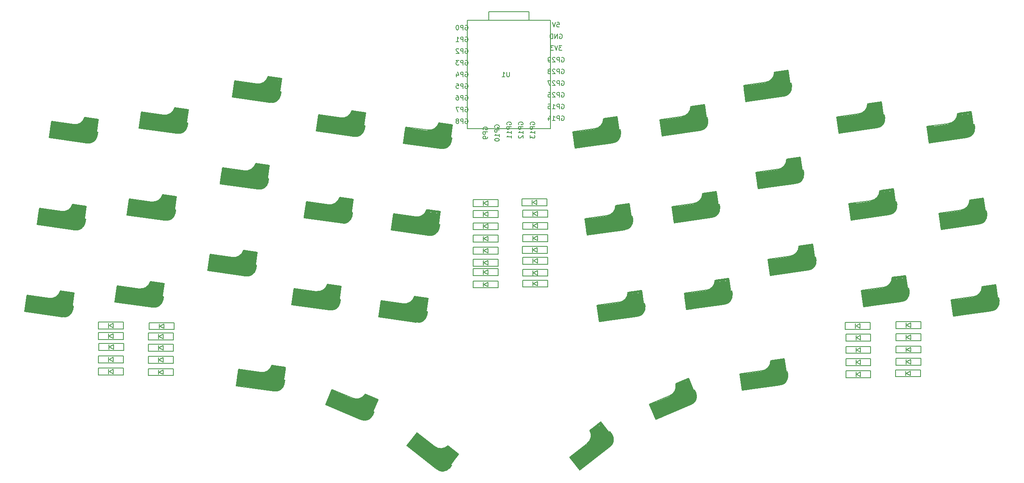
<source format=gbr>
G04 #@! TF.GenerationSoftware,KiCad,Pcbnew,7.0.1-0*
G04 #@! TF.CreationDate,2023-06-03T13:21:34+09:00*
G04 #@! TF.ProjectId,cool536lc,636f6f6c-3533-4366-9c63-2e6b69636164,rev?*
G04 #@! TF.SameCoordinates,Original*
G04 #@! TF.FileFunction,Legend,Bot*
G04 #@! TF.FilePolarity,Positive*
%FSLAX46Y46*%
G04 Gerber Fmt 4.6, Leading zero omitted, Abs format (unit mm)*
G04 Created by KiCad (PCBNEW 7.0.1-0) date 2023-06-03 13:21:34*
%MOMM*%
%LPD*%
G01*
G04 APERTURE LIST*
%ADD10C,0.150000*%
%ADD11C,0.400000*%
%ADD12C,0.500000*%
%ADD13C,1.000000*%
%ADD14C,3.500000*%
%ADD15C,3.000000*%
%ADD16C,0.800000*%
%ADD17C,0.300000*%
G04 APERTURE END LIST*
D10*
X156088429Y-165148817D02*
X156088429Y-165958340D01*
X156088429Y-165958340D02*
X156040810Y-166053578D01*
X156040810Y-166053578D02*
X155993191Y-166101198D01*
X155993191Y-166101198D02*
X155897953Y-166148817D01*
X155897953Y-166148817D02*
X155707477Y-166148817D01*
X155707477Y-166148817D02*
X155612239Y-166101198D01*
X155612239Y-166101198D02*
X155564620Y-166053578D01*
X155564620Y-166053578D02*
X155517001Y-165958340D01*
X155517001Y-165958340D02*
X155517001Y-165148817D01*
X154517001Y-166148817D02*
X155088429Y-166148817D01*
X154802715Y-166148817D02*
X154802715Y-165148817D01*
X154802715Y-165148817D02*
X154897953Y-165291674D01*
X154897953Y-165291674D02*
X154993191Y-165386912D01*
X154993191Y-165386912D02*
X155088429Y-165434531D01*
X146520810Y-160106436D02*
X146616048Y-160058817D01*
X146616048Y-160058817D02*
X146758905Y-160058817D01*
X146758905Y-160058817D02*
X146901762Y-160106436D01*
X146901762Y-160106436D02*
X146997000Y-160201674D01*
X146997000Y-160201674D02*
X147044619Y-160296912D01*
X147044619Y-160296912D02*
X147092238Y-160487388D01*
X147092238Y-160487388D02*
X147092238Y-160630245D01*
X147092238Y-160630245D02*
X147044619Y-160820721D01*
X147044619Y-160820721D02*
X146997000Y-160915959D01*
X146997000Y-160915959D02*
X146901762Y-161011198D01*
X146901762Y-161011198D02*
X146758905Y-161058817D01*
X146758905Y-161058817D02*
X146663667Y-161058817D01*
X146663667Y-161058817D02*
X146520810Y-161011198D01*
X146520810Y-161011198D02*
X146473191Y-160963578D01*
X146473191Y-160963578D02*
X146473191Y-160630245D01*
X146473191Y-160630245D02*
X146663667Y-160630245D01*
X146044619Y-161058817D02*
X146044619Y-160058817D01*
X146044619Y-160058817D02*
X145663667Y-160058817D01*
X145663667Y-160058817D02*
X145568429Y-160106436D01*
X145568429Y-160106436D02*
X145520810Y-160154055D01*
X145520810Y-160154055D02*
X145473191Y-160249293D01*
X145473191Y-160249293D02*
X145473191Y-160392150D01*
X145473191Y-160392150D02*
X145520810Y-160487388D01*
X145520810Y-160487388D02*
X145568429Y-160535007D01*
X145568429Y-160535007D02*
X145663667Y-160582626D01*
X145663667Y-160582626D02*
X146044619Y-160582626D01*
X145092238Y-160154055D02*
X145044619Y-160106436D01*
X145044619Y-160106436D02*
X144949381Y-160058817D01*
X144949381Y-160058817D02*
X144711286Y-160058817D01*
X144711286Y-160058817D02*
X144616048Y-160106436D01*
X144616048Y-160106436D02*
X144568429Y-160154055D01*
X144568429Y-160154055D02*
X144520810Y-160249293D01*
X144520810Y-160249293D02*
X144520810Y-160344531D01*
X144520810Y-160344531D02*
X144568429Y-160487388D01*
X144568429Y-160487388D02*
X145139857Y-161058817D01*
X145139857Y-161058817D02*
X144520810Y-161058817D01*
X167458972Y-159435798D02*
X166839925Y-159435798D01*
X166839925Y-159435798D02*
X167173258Y-159816750D01*
X167173258Y-159816750D02*
X167030401Y-159816750D01*
X167030401Y-159816750D02*
X166935163Y-159864369D01*
X166935163Y-159864369D02*
X166887544Y-159911988D01*
X166887544Y-159911988D02*
X166839925Y-160007226D01*
X166839925Y-160007226D02*
X166839925Y-160245321D01*
X166839925Y-160245321D02*
X166887544Y-160340559D01*
X166887544Y-160340559D02*
X166935163Y-160388179D01*
X166935163Y-160388179D02*
X167030401Y-160435798D01*
X167030401Y-160435798D02*
X167316115Y-160435798D01*
X167316115Y-160435798D02*
X167411353Y-160388179D01*
X167411353Y-160388179D02*
X167458972Y-160340559D01*
X166554210Y-159435798D02*
X166220877Y-160435798D01*
X166220877Y-160435798D02*
X165887544Y-159435798D01*
X165649448Y-159435798D02*
X165030401Y-159435798D01*
X165030401Y-159435798D02*
X165363734Y-159816750D01*
X165363734Y-159816750D02*
X165220877Y-159816750D01*
X165220877Y-159816750D02*
X165125639Y-159864369D01*
X165125639Y-159864369D02*
X165078020Y-159911988D01*
X165078020Y-159911988D02*
X165030401Y-160007226D01*
X165030401Y-160007226D02*
X165030401Y-160245321D01*
X165030401Y-160245321D02*
X165078020Y-160340559D01*
X165078020Y-160340559D02*
X165125639Y-160388179D01*
X165125639Y-160388179D02*
X165220877Y-160435798D01*
X165220877Y-160435798D02*
X165506591Y-160435798D01*
X165506591Y-160435798D02*
X165601829Y-160388179D01*
X165601829Y-160388179D02*
X165649448Y-160340559D01*
X146520810Y-157566436D02*
X146616048Y-157518817D01*
X146616048Y-157518817D02*
X146758905Y-157518817D01*
X146758905Y-157518817D02*
X146901762Y-157566436D01*
X146901762Y-157566436D02*
X146997000Y-157661674D01*
X146997000Y-157661674D02*
X147044619Y-157756912D01*
X147044619Y-157756912D02*
X147092238Y-157947388D01*
X147092238Y-157947388D02*
X147092238Y-158090245D01*
X147092238Y-158090245D02*
X147044619Y-158280721D01*
X147044619Y-158280721D02*
X146997000Y-158375959D01*
X146997000Y-158375959D02*
X146901762Y-158471198D01*
X146901762Y-158471198D02*
X146758905Y-158518817D01*
X146758905Y-158518817D02*
X146663667Y-158518817D01*
X146663667Y-158518817D02*
X146520810Y-158471198D01*
X146520810Y-158471198D02*
X146473191Y-158423578D01*
X146473191Y-158423578D02*
X146473191Y-158090245D01*
X146473191Y-158090245D02*
X146663667Y-158090245D01*
X146044619Y-158518817D02*
X146044619Y-157518817D01*
X146044619Y-157518817D02*
X145663667Y-157518817D01*
X145663667Y-157518817D02*
X145568429Y-157566436D01*
X145568429Y-157566436D02*
X145520810Y-157614055D01*
X145520810Y-157614055D02*
X145473191Y-157709293D01*
X145473191Y-157709293D02*
X145473191Y-157852150D01*
X145473191Y-157852150D02*
X145520810Y-157947388D01*
X145520810Y-157947388D02*
X145568429Y-157995007D01*
X145568429Y-157995007D02*
X145663667Y-158042626D01*
X145663667Y-158042626D02*
X146044619Y-158042626D01*
X144520810Y-158518817D02*
X145092238Y-158518817D01*
X144806524Y-158518817D02*
X144806524Y-157518817D01*
X144806524Y-157518817D02*
X144901762Y-157661674D01*
X144901762Y-157661674D02*
X144997000Y-157756912D01*
X144997000Y-157756912D02*
X145092238Y-157804531D01*
X167411354Y-162023417D02*
X167506592Y-161975798D01*
X167506592Y-161975798D02*
X167649449Y-161975798D01*
X167649449Y-161975798D02*
X167792306Y-162023417D01*
X167792306Y-162023417D02*
X167887544Y-162118655D01*
X167887544Y-162118655D02*
X167935163Y-162213893D01*
X167935163Y-162213893D02*
X167982782Y-162404369D01*
X167982782Y-162404369D02*
X167982782Y-162547226D01*
X167982782Y-162547226D02*
X167935163Y-162737702D01*
X167935163Y-162737702D02*
X167887544Y-162832940D01*
X167887544Y-162832940D02*
X167792306Y-162928179D01*
X167792306Y-162928179D02*
X167649449Y-162975798D01*
X167649449Y-162975798D02*
X167554211Y-162975798D01*
X167554211Y-162975798D02*
X167411354Y-162928179D01*
X167411354Y-162928179D02*
X167363735Y-162880559D01*
X167363735Y-162880559D02*
X167363735Y-162547226D01*
X167363735Y-162547226D02*
X167554211Y-162547226D01*
X166935163Y-162975798D02*
X166935163Y-161975798D01*
X166935163Y-161975798D02*
X166554211Y-161975798D01*
X166554211Y-161975798D02*
X166458973Y-162023417D01*
X166458973Y-162023417D02*
X166411354Y-162071036D01*
X166411354Y-162071036D02*
X166363735Y-162166274D01*
X166363735Y-162166274D02*
X166363735Y-162309131D01*
X166363735Y-162309131D02*
X166411354Y-162404369D01*
X166411354Y-162404369D02*
X166458973Y-162451988D01*
X166458973Y-162451988D02*
X166554211Y-162499607D01*
X166554211Y-162499607D02*
X166935163Y-162499607D01*
X165982782Y-162071036D02*
X165935163Y-162023417D01*
X165935163Y-162023417D02*
X165839925Y-161975798D01*
X165839925Y-161975798D02*
X165601830Y-161975798D01*
X165601830Y-161975798D02*
X165506592Y-162023417D01*
X165506592Y-162023417D02*
X165458973Y-162071036D01*
X165458973Y-162071036D02*
X165411354Y-162166274D01*
X165411354Y-162166274D02*
X165411354Y-162261512D01*
X165411354Y-162261512D02*
X165458973Y-162404369D01*
X165458973Y-162404369D02*
X166030401Y-162975798D01*
X166030401Y-162975798D02*
X165411354Y-162975798D01*
X164935163Y-162975798D02*
X164744687Y-162975798D01*
X164744687Y-162975798D02*
X164649449Y-162928179D01*
X164649449Y-162928179D02*
X164601830Y-162880559D01*
X164601830Y-162880559D02*
X164506592Y-162737702D01*
X164506592Y-162737702D02*
X164458973Y-162547226D01*
X164458973Y-162547226D02*
X164458973Y-162166274D01*
X164458973Y-162166274D02*
X164506592Y-162071036D01*
X164506592Y-162071036D02*
X164554211Y-162023417D01*
X164554211Y-162023417D02*
X164649449Y-161975798D01*
X164649449Y-161975798D02*
X164839925Y-161975798D01*
X164839925Y-161975798D02*
X164935163Y-162023417D01*
X164935163Y-162023417D02*
X164982782Y-162071036D01*
X164982782Y-162071036D02*
X165030401Y-162166274D01*
X165030401Y-162166274D02*
X165030401Y-162404369D01*
X165030401Y-162404369D02*
X164982782Y-162499607D01*
X164982782Y-162499607D02*
X164935163Y-162547226D01*
X164935163Y-162547226D02*
X164839925Y-162594845D01*
X164839925Y-162594845D02*
X164649449Y-162594845D01*
X164649449Y-162594845D02*
X164554211Y-162547226D01*
X164554211Y-162547226D02*
X164506592Y-162499607D01*
X164506592Y-162499607D02*
X164458973Y-162404369D01*
X167411354Y-164563417D02*
X167506592Y-164515798D01*
X167506592Y-164515798D02*
X167649449Y-164515798D01*
X167649449Y-164515798D02*
X167792306Y-164563417D01*
X167792306Y-164563417D02*
X167887544Y-164658655D01*
X167887544Y-164658655D02*
X167935163Y-164753893D01*
X167935163Y-164753893D02*
X167982782Y-164944369D01*
X167982782Y-164944369D02*
X167982782Y-165087226D01*
X167982782Y-165087226D02*
X167935163Y-165277702D01*
X167935163Y-165277702D02*
X167887544Y-165372940D01*
X167887544Y-165372940D02*
X167792306Y-165468179D01*
X167792306Y-165468179D02*
X167649449Y-165515798D01*
X167649449Y-165515798D02*
X167554211Y-165515798D01*
X167554211Y-165515798D02*
X167411354Y-165468179D01*
X167411354Y-165468179D02*
X167363735Y-165420559D01*
X167363735Y-165420559D02*
X167363735Y-165087226D01*
X167363735Y-165087226D02*
X167554211Y-165087226D01*
X166935163Y-165515798D02*
X166935163Y-164515798D01*
X166935163Y-164515798D02*
X166554211Y-164515798D01*
X166554211Y-164515798D02*
X166458973Y-164563417D01*
X166458973Y-164563417D02*
X166411354Y-164611036D01*
X166411354Y-164611036D02*
X166363735Y-164706274D01*
X166363735Y-164706274D02*
X166363735Y-164849131D01*
X166363735Y-164849131D02*
X166411354Y-164944369D01*
X166411354Y-164944369D02*
X166458973Y-164991988D01*
X166458973Y-164991988D02*
X166554211Y-165039607D01*
X166554211Y-165039607D02*
X166935163Y-165039607D01*
X165982782Y-164611036D02*
X165935163Y-164563417D01*
X165935163Y-164563417D02*
X165839925Y-164515798D01*
X165839925Y-164515798D02*
X165601830Y-164515798D01*
X165601830Y-164515798D02*
X165506592Y-164563417D01*
X165506592Y-164563417D02*
X165458973Y-164611036D01*
X165458973Y-164611036D02*
X165411354Y-164706274D01*
X165411354Y-164706274D02*
X165411354Y-164801512D01*
X165411354Y-164801512D02*
X165458973Y-164944369D01*
X165458973Y-164944369D02*
X166030401Y-165515798D01*
X166030401Y-165515798D02*
X165411354Y-165515798D01*
X164839925Y-164944369D02*
X164935163Y-164896750D01*
X164935163Y-164896750D02*
X164982782Y-164849131D01*
X164982782Y-164849131D02*
X165030401Y-164753893D01*
X165030401Y-164753893D02*
X165030401Y-164706274D01*
X165030401Y-164706274D02*
X164982782Y-164611036D01*
X164982782Y-164611036D02*
X164935163Y-164563417D01*
X164935163Y-164563417D02*
X164839925Y-164515798D01*
X164839925Y-164515798D02*
X164649449Y-164515798D01*
X164649449Y-164515798D02*
X164554211Y-164563417D01*
X164554211Y-164563417D02*
X164506592Y-164611036D01*
X164506592Y-164611036D02*
X164458973Y-164706274D01*
X164458973Y-164706274D02*
X164458973Y-164753893D01*
X164458973Y-164753893D02*
X164506592Y-164849131D01*
X164506592Y-164849131D02*
X164554211Y-164896750D01*
X164554211Y-164896750D02*
X164649449Y-164944369D01*
X164649449Y-164944369D02*
X164839925Y-164944369D01*
X164839925Y-164944369D02*
X164935163Y-164991988D01*
X164935163Y-164991988D02*
X164982782Y-165039607D01*
X164982782Y-165039607D02*
X165030401Y-165134845D01*
X165030401Y-165134845D02*
X165030401Y-165325321D01*
X165030401Y-165325321D02*
X164982782Y-165420559D01*
X164982782Y-165420559D02*
X164935163Y-165468179D01*
X164935163Y-165468179D02*
X164839925Y-165515798D01*
X164839925Y-165515798D02*
X164649449Y-165515798D01*
X164649449Y-165515798D02*
X164554211Y-165468179D01*
X164554211Y-165468179D02*
X164506592Y-165420559D01*
X164506592Y-165420559D02*
X164458973Y-165325321D01*
X164458973Y-165325321D02*
X164458973Y-165134845D01*
X164458973Y-165134845D02*
X164506592Y-165039607D01*
X164506592Y-165039607D02*
X164554211Y-164991988D01*
X164554211Y-164991988D02*
X164649449Y-164944369D01*
X166982782Y-156943417D02*
X167078020Y-156895798D01*
X167078020Y-156895798D02*
X167220877Y-156895798D01*
X167220877Y-156895798D02*
X167363734Y-156943417D01*
X167363734Y-156943417D02*
X167458972Y-157038655D01*
X167458972Y-157038655D02*
X167506591Y-157133893D01*
X167506591Y-157133893D02*
X167554210Y-157324369D01*
X167554210Y-157324369D02*
X167554210Y-157467226D01*
X167554210Y-157467226D02*
X167506591Y-157657702D01*
X167506591Y-157657702D02*
X167458972Y-157752940D01*
X167458972Y-157752940D02*
X167363734Y-157848179D01*
X167363734Y-157848179D02*
X167220877Y-157895798D01*
X167220877Y-157895798D02*
X167125639Y-157895798D01*
X167125639Y-157895798D02*
X166982782Y-157848179D01*
X166982782Y-157848179D02*
X166935163Y-157800559D01*
X166935163Y-157800559D02*
X166935163Y-157467226D01*
X166935163Y-157467226D02*
X167125639Y-157467226D01*
X166506591Y-157895798D02*
X166506591Y-156895798D01*
X166506591Y-156895798D02*
X165935163Y-157895798D01*
X165935163Y-157895798D02*
X165935163Y-156895798D01*
X165458972Y-157895798D02*
X165458972Y-156895798D01*
X165458972Y-156895798D02*
X165220877Y-156895798D01*
X165220877Y-156895798D02*
X165078020Y-156943417D01*
X165078020Y-156943417D02*
X164982782Y-157038655D01*
X164982782Y-157038655D02*
X164935163Y-157133893D01*
X164935163Y-157133893D02*
X164887544Y-157324369D01*
X164887544Y-157324369D02*
X164887544Y-157467226D01*
X164887544Y-157467226D02*
X164935163Y-157657702D01*
X164935163Y-157657702D02*
X164982782Y-157752940D01*
X164982782Y-157752940D02*
X165078020Y-157848179D01*
X165078020Y-157848179D02*
X165220877Y-157895798D01*
X165220877Y-157895798D02*
X165458972Y-157895798D01*
X146520810Y-165186436D02*
X146616048Y-165138817D01*
X146616048Y-165138817D02*
X146758905Y-165138817D01*
X146758905Y-165138817D02*
X146901762Y-165186436D01*
X146901762Y-165186436D02*
X146997000Y-165281674D01*
X146997000Y-165281674D02*
X147044619Y-165376912D01*
X147044619Y-165376912D02*
X147092238Y-165567388D01*
X147092238Y-165567388D02*
X147092238Y-165710245D01*
X147092238Y-165710245D02*
X147044619Y-165900721D01*
X147044619Y-165900721D02*
X146997000Y-165995959D01*
X146997000Y-165995959D02*
X146901762Y-166091198D01*
X146901762Y-166091198D02*
X146758905Y-166138817D01*
X146758905Y-166138817D02*
X146663667Y-166138817D01*
X146663667Y-166138817D02*
X146520810Y-166091198D01*
X146520810Y-166091198D02*
X146473191Y-166043578D01*
X146473191Y-166043578D02*
X146473191Y-165710245D01*
X146473191Y-165710245D02*
X146663667Y-165710245D01*
X146044619Y-166138817D02*
X146044619Y-165138817D01*
X146044619Y-165138817D02*
X145663667Y-165138817D01*
X145663667Y-165138817D02*
X145568429Y-165186436D01*
X145568429Y-165186436D02*
X145520810Y-165234055D01*
X145520810Y-165234055D02*
X145473191Y-165329293D01*
X145473191Y-165329293D02*
X145473191Y-165472150D01*
X145473191Y-165472150D02*
X145520810Y-165567388D01*
X145520810Y-165567388D02*
X145568429Y-165615007D01*
X145568429Y-165615007D02*
X145663667Y-165662626D01*
X145663667Y-165662626D02*
X146044619Y-165662626D01*
X144616048Y-165472150D02*
X144616048Y-166138817D01*
X144854143Y-165091198D02*
X145092238Y-165805483D01*
X145092238Y-165805483D02*
X144473191Y-165805483D01*
X146520810Y-175346436D02*
X146616048Y-175298817D01*
X146616048Y-175298817D02*
X146758905Y-175298817D01*
X146758905Y-175298817D02*
X146901762Y-175346436D01*
X146901762Y-175346436D02*
X146997000Y-175441674D01*
X146997000Y-175441674D02*
X147044619Y-175536912D01*
X147044619Y-175536912D02*
X147092238Y-175727388D01*
X147092238Y-175727388D02*
X147092238Y-175870245D01*
X147092238Y-175870245D02*
X147044619Y-176060721D01*
X147044619Y-176060721D02*
X146997000Y-176155959D01*
X146997000Y-176155959D02*
X146901762Y-176251198D01*
X146901762Y-176251198D02*
X146758905Y-176298817D01*
X146758905Y-176298817D02*
X146663667Y-176298817D01*
X146663667Y-176298817D02*
X146520810Y-176251198D01*
X146520810Y-176251198D02*
X146473191Y-176203578D01*
X146473191Y-176203578D02*
X146473191Y-175870245D01*
X146473191Y-175870245D02*
X146663667Y-175870245D01*
X146044619Y-176298817D02*
X146044619Y-175298817D01*
X146044619Y-175298817D02*
X145663667Y-175298817D01*
X145663667Y-175298817D02*
X145568429Y-175346436D01*
X145568429Y-175346436D02*
X145520810Y-175394055D01*
X145520810Y-175394055D02*
X145473191Y-175489293D01*
X145473191Y-175489293D02*
X145473191Y-175632150D01*
X145473191Y-175632150D02*
X145520810Y-175727388D01*
X145520810Y-175727388D02*
X145568429Y-175775007D01*
X145568429Y-175775007D02*
X145663667Y-175822626D01*
X145663667Y-175822626D02*
X146044619Y-175822626D01*
X144901762Y-175727388D02*
X144997000Y-175679769D01*
X144997000Y-175679769D02*
X145044619Y-175632150D01*
X145044619Y-175632150D02*
X145092238Y-175536912D01*
X145092238Y-175536912D02*
X145092238Y-175489293D01*
X145092238Y-175489293D02*
X145044619Y-175394055D01*
X145044619Y-175394055D02*
X144997000Y-175346436D01*
X144997000Y-175346436D02*
X144901762Y-175298817D01*
X144901762Y-175298817D02*
X144711286Y-175298817D01*
X144711286Y-175298817D02*
X144616048Y-175346436D01*
X144616048Y-175346436D02*
X144568429Y-175394055D01*
X144568429Y-175394055D02*
X144520810Y-175489293D01*
X144520810Y-175489293D02*
X144520810Y-175536912D01*
X144520810Y-175536912D02*
X144568429Y-175632150D01*
X144568429Y-175632150D02*
X144616048Y-175679769D01*
X144616048Y-175679769D02*
X144711286Y-175727388D01*
X144711286Y-175727388D02*
X144901762Y-175727388D01*
X144901762Y-175727388D02*
X144997000Y-175775007D01*
X144997000Y-175775007D02*
X145044619Y-175822626D01*
X145044619Y-175822626D02*
X145092238Y-175917864D01*
X145092238Y-175917864D02*
X145092238Y-176108340D01*
X145092238Y-176108340D02*
X145044619Y-176203578D01*
X145044619Y-176203578D02*
X144997000Y-176251198D01*
X144997000Y-176251198D02*
X144901762Y-176298817D01*
X144901762Y-176298817D02*
X144711286Y-176298817D01*
X144711286Y-176298817D02*
X144616048Y-176251198D01*
X144616048Y-176251198D02*
X144568429Y-176203578D01*
X144568429Y-176203578D02*
X144520810Y-176108340D01*
X144520810Y-176108340D02*
X144520810Y-175917864D01*
X144520810Y-175917864D02*
X144568429Y-175822626D01*
X144568429Y-175822626D02*
X144616048Y-175775007D01*
X144616048Y-175775007D02*
X144711286Y-175727388D01*
X167411354Y-174723417D02*
X167506592Y-174675798D01*
X167506592Y-174675798D02*
X167649449Y-174675798D01*
X167649449Y-174675798D02*
X167792306Y-174723417D01*
X167792306Y-174723417D02*
X167887544Y-174818655D01*
X167887544Y-174818655D02*
X167935163Y-174913893D01*
X167935163Y-174913893D02*
X167982782Y-175104369D01*
X167982782Y-175104369D02*
X167982782Y-175247226D01*
X167982782Y-175247226D02*
X167935163Y-175437702D01*
X167935163Y-175437702D02*
X167887544Y-175532940D01*
X167887544Y-175532940D02*
X167792306Y-175628179D01*
X167792306Y-175628179D02*
X167649449Y-175675798D01*
X167649449Y-175675798D02*
X167554211Y-175675798D01*
X167554211Y-175675798D02*
X167411354Y-175628179D01*
X167411354Y-175628179D02*
X167363735Y-175580559D01*
X167363735Y-175580559D02*
X167363735Y-175247226D01*
X167363735Y-175247226D02*
X167554211Y-175247226D01*
X166935163Y-175675798D02*
X166935163Y-174675798D01*
X166935163Y-174675798D02*
X166554211Y-174675798D01*
X166554211Y-174675798D02*
X166458973Y-174723417D01*
X166458973Y-174723417D02*
X166411354Y-174771036D01*
X166411354Y-174771036D02*
X166363735Y-174866274D01*
X166363735Y-174866274D02*
X166363735Y-175009131D01*
X166363735Y-175009131D02*
X166411354Y-175104369D01*
X166411354Y-175104369D02*
X166458973Y-175151988D01*
X166458973Y-175151988D02*
X166554211Y-175199607D01*
X166554211Y-175199607D02*
X166935163Y-175199607D01*
X165411354Y-175675798D02*
X165982782Y-175675798D01*
X165697068Y-175675798D02*
X165697068Y-174675798D01*
X165697068Y-174675798D02*
X165792306Y-174818655D01*
X165792306Y-174818655D02*
X165887544Y-174913893D01*
X165887544Y-174913893D02*
X165982782Y-174961512D01*
X164554211Y-175009131D02*
X164554211Y-175675798D01*
X164792306Y-174628179D02*
X165030401Y-175342464D01*
X165030401Y-175342464D02*
X164411354Y-175342464D01*
X160651116Y-176562702D02*
X160603497Y-176467464D01*
X160603497Y-176467464D02*
X160603497Y-176324607D01*
X160603497Y-176324607D02*
X160651116Y-176181750D01*
X160651116Y-176181750D02*
X160746354Y-176086512D01*
X160746354Y-176086512D02*
X160841592Y-176038893D01*
X160841592Y-176038893D02*
X161032068Y-175991274D01*
X161032068Y-175991274D02*
X161174925Y-175991274D01*
X161174925Y-175991274D02*
X161365401Y-176038893D01*
X161365401Y-176038893D02*
X161460639Y-176086512D01*
X161460639Y-176086512D02*
X161555878Y-176181750D01*
X161555878Y-176181750D02*
X161603497Y-176324607D01*
X161603497Y-176324607D02*
X161603497Y-176419845D01*
X161603497Y-176419845D02*
X161555878Y-176562702D01*
X161555878Y-176562702D02*
X161508258Y-176610321D01*
X161508258Y-176610321D02*
X161174925Y-176610321D01*
X161174925Y-176610321D02*
X161174925Y-176419845D01*
X161603497Y-177038893D02*
X160603497Y-177038893D01*
X160603497Y-177038893D02*
X160603497Y-177419845D01*
X160603497Y-177419845D02*
X160651116Y-177515083D01*
X160651116Y-177515083D02*
X160698735Y-177562702D01*
X160698735Y-177562702D02*
X160793973Y-177610321D01*
X160793973Y-177610321D02*
X160936830Y-177610321D01*
X160936830Y-177610321D02*
X161032068Y-177562702D01*
X161032068Y-177562702D02*
X161079687Y-177515083D01*
X161079687Y-177515083D02*
X161127306Y-177419845D01*
X161127306Y-177419845D02*
X161127306Y-177038893D01*
X161603497Y-178562702D02*
X161603497Y-177991274D01*
X161603497Y-178276988D02*
X160603497Y-178276988D01*
X160603497Y-178276988D02*
X160746354Y-178181750D01*
X160746354Y-178181750D02*
X160841592Y-178086512D01*
X160841592Y-178086512D02*
X160889211Y-177991274D01*
X160603497Y-178896036D02*
X160603497Y-179515083D01*
X160603497Y-179515083D02*
X160984449Y-179181750D01*
X160984449Y-179181750D02*
X160984449Y-179324607D01*
X160984449Y-179324607D02*
X161032068Y-179419845D01*
X161032068Y-179419845D02*
X161079687Y-179467464D01*
X161079687Y-179467464D02*
X161174925Y-179515083D01*
X161174925Y-179515083D02*
X161413020Y-179515083D01*
X161413020Y-179515083D02*
X161508258Y-179467464D01*
X161508258Y-179467464D02*
X161555878Y-179419845D01*
X161555878Y-179419845D02*
X161603497Y-179324607D01*
X161603497Y-179324607D02*
X161603497Y-179038893D01*
X161603497Y-179038893D02*
X161555878Y-178943655D01*
X161555878Y-178943655D02*
X161508258Y-178896036D01*
X167411354Y-167103417D02*
X167506592Y-167055798D01*
X167506592Y-167055798D02*
X167649449Y-167055798D01*
X167649449Y-167055798D02*
X167792306Y-167103417D01*
X167792306Y-167103417D02*
X167887544Y-167198655D01*
X167887544Y-167198655D02*
X167935163Y-167293893D01*
X167935163Y-167293893D02*
X167982782Y-167484369D01*
X167982782Y-167484369D02*
X167982782Y-167627226D01*
X167982782Y-167627226D02*
X167935163Y-167817702D01*
X167935163Y-167817702D02*
X167887544Y-167912940D01*
X167887544Y-167912940D02*
X167792306Y-168008179D01*
X167792306Y-168008179D02*
X167649449Y-168055798D01*
X167649449Y-168055798D02*
X167554211Y-168055798D01*
X167554211Y-168055798D02*
X167411354Y-168008179D01*
X167411354Y-168008179D02*
X167363735Y-167960559D01*
X167363735Y-167960559D02*
X167363735Y-167627226D01*
X167363735Y-167627226D02*
X167554211Y-167627226D01*
X166935163Y-168055798D02*
X166935163Y-167055798D01*
X166935163Y-167055798D02*
X166554211Y-167055798D01*
X166554211Y-167055798D02*
X166458973Y-167103417D01*
X166458973Y-167103417D02*
X166411354Y-167151036D01*
X166411354Y-167151036D02*
X166363735Y-167246274D01*
X166363735Y-167246274D02*
X166363735Y-167389131D01*
X166363735Y-167389131D02*
X166411354Y-167484369D01*
X166411354Y-167484369D02*
X166458973Y-167531988D01*
X166458973Y-167531988D02*
X166554211Y-167579607D01*
X166554211Y-167579607D02*
X166935163Y-167579607D01*
X165982782Y-167151036D02*
X165935163Y-167103417D01*
X165935163Y-167103417D02*
X165839925Y-167055798D01*
X165839925Y-167055798D02*
X165601830Y-167055798D01*
X165601830Y-167055798D02*
X165506592Y-167103417D01*
X165506592Y-167103417D02*
X165458973Y-167151036D01*
X165458973Y-167151036D02*
X165411354Y-167246274D01*
X165411354Y-167246274D02*
X165411354Y-167341512D01*
X165411354Y-167341512D02*
X165458973Y-167484369D01*
X165458973Y-167484369D02*
X166030401Y-168055798D01*
X166030401Y-168055798D02*
X165411354Y-168055798D01*
X165078020Y-167055798D02*
X164411354Y-167055798D01*
X164411354Y-167055798D02*
X164839925Y-168055798D01*
X150396763Y-177661912D02*
X150349144Y-177566674D01*
X150349144Y-177566674D02*
X150349144Y-177423817D01*
X150349144Y-177423817D02*
X150396763Y-177280960D01*
X150396763Y-177280960D02*
X150492001Y-177185722D01*
X150492001Y-177185722D02*
X150587239Y-177138103D01*
X150587239Y-177138103D02*
X150777715Y-177090484D01*
X150777715Y-177090484D02*
X150920572Y-177090484D01*
X150920572Y-177090484D02*
X151111048Y-177138103D01*
X151111048Y-177138103D02*
X151206286Y-177185722D01*
X151206286Y-177185722D02*
X151301525Y-177280960D01*
X151301525Y-177280960D02*
X151349144Y-177423817D01*
X151349144Y-177423817D02*
X151349144Y-177519055D01*
X151349144Y-177519055D02*
X151301525Y-177661912D01*
X151301525Y-177661912D02*
X151253905Y-177709531D01*
X151253905Y-177709531D02*
X150920572Y-177709531D01*
X150920572Y-177709531D02*
X150920572Y-177519055D01*
X151349144Y-178138103D02*
X150349144Y-178138103D01*
X150349144Y-178138103D02*
X150349144Y-178519055D01*
X150349144Y-178519055D02*
X150396763Y-178614293D01*
X150396763Y-178614293D02*
X150444382Y-178661912D01*
X150444382Y-178661912D02*
X150539620Y-178709531D01*
X150539620Y-178709531D02*
X150682477Y-178709531D01*
X150682477Y-178709531D02*
X150777715Y-178661912D01*
X150777715Y-178661912D02*
X150825334Y-178614293D01*
X150825334Y-178614293D02*
X150872953Y-178519055D01*
X150872953Y-178519055D02*
X150872953Y-178138103D01*
X151349144Y-179185722D02*
X151349144Y-179376198D01*
X151349144Y-179376198D02*
X151301525Y-179471436D01*
X151301525Y-179471436D02*
X151253905Y-179519055D01*
X151253905Y-179519055D02*
X151111048Y-179614293D01*
X151111048Y-179614293D02*
X150920572Y-179661912D01*
X150920572Y-179661912D02*
X150539620Y-179661912D01*
X150539620Y-179661912D02*
X150444382Y-179614293D01*
X150444382Y-179614293D02*
X150396763Y-179566674D01*
X150396763Y-179566674D02*
X150349144Y-179471436D01*
X150349144Y-179471436D02*
X150349144Y-179280960D01*
X150349144Y-179280960D02*
X150396763Y-179185722D01*
X150396763Y-179185722D02*
X150444382Y-179138103D01*
X150444382Y-179138103D02*
X150539620Y-179090484D01*
X150539620Y-179090484D02*
X150777715Y-179090484D01*
X150777715Y-179090484D02*
X150872953Y-179138103D01*
X150872953Y-179138103D02*
X150920572Y-179185722D01*
X150920572Y-179185722D02*
X150968191Y-179280960D01*
X150968191Y-179280960D02*
X150968191Y-179471436D01*
X150968191Y-179471436D02*
X150920572Y-179566674D01*
X150920572Y-179566674D02*
X150872953Y-179614293D01*
X150872953Y-179614293D02*
X150777715Y-179661912D01*
X167411354Y-169643417D02*
X167506592Y-169595798D01*
X167506592Y-169595798D02*
X167649449Y-169595798D01*
X167649449Y-169595798D02*
X167792306Y-169643417D01*
X167792306Y-169643417D02*
X167887544Y-169738655D01*
X167887544Y-169738655D02*
X167935163Y-169833893D01*
X167935163Y-169833893D02*
X167982782Y-170024369D01*
X167982782Y-170024369D02*
X167982782Y-170167226D01*
X167982782Y-170167226D02*
X167935163Y-170357702D01*
X167935163Y-170357702D02*
X167887544Y-170452940D01*
X167887544Y-170452940D02*
X167792306Y-170548179D01*
X167792306Y-170548179D02*
X167649449Y-170595798D01*
X167649449Y-170595798D02*
X167554211Y-170595798D01*
X167554211Y-170595798D02*
X167411354Y-170548179D01*
X167411354Y-170548179D02*
X167363735Y-170500559D01*
X167363735Y-170500559D02*
X167363735Y-170167226D01*
X167363735Y-170167226D02*
X167554211Y-170167226D01*
X166935163Y-170595798D02*
X166935163Y-169595798D01*
X166935163Y-169595798D02*
X166554211Y-169595798D01*
X166554211Y-169595798D02*
X166458973Y-169643417D01*
X166458973Y-169643417D02*
X166411354Y-169691036D01*
X166411354Y-169691036D02*
X166363735Y-169786274D01*
X166363735Y-169786274D02*
X166363735Y-169929131D01*
X166363735Y-169929131D02*
X166411354Y-170024369D01*
X166411354Y-170024369D02*
X166458973Y-170071988D01*
X166458973Y-170071988D02*
X166554211Y-170119607D01*
X166554211Y-170119607D02*
X166935163Y-170119607D01*
X165982782Y-169691036D02*
X165935163Y-169643417D01*
X165935163Y-169643417D02*
X165839925Y-169595798D01*
X165839925Y-169595798D02*
X165601830Y-169595798D01*
X165601830Y-169595798D02*
X165506592Y-169643417D01*
X165506592Y-169643417D02*
X165458973Y-169691036D01*
X165458973Y-169691036D02*
X165411354Y-169786274D01*
X165411354Y-169786274D02*
X165411354Y-169881512D01*
X165411354Y-169881512D02*
X165458973Y-170024369D01*
X165458973Y-170024369D02*
X166030401Y-170595798D01*
X166030401Y-170595798D02*
X165411354Y-170595798D01*
X164554211Y-169595798D02*
X164744687Y-169595798D01*
X164744687Y-169595798D02*
X164839925Y-169643417D01*
X164839925Y-169643417D02*
X164887544Y-169691036D01*
X164887544Y-169691036D02*
X164982782Y-169833893D01*
X164982782Y-169833893D02*
X165030401Y-170024369D01*
X165030401Y-170024369D02*
X165030401Y-170405321D01*
X165030401Y-170405321D02*
X164982782Y-170500559D01*
X164982782Y-170500559D02*
X164935163Y-170548179D01*
X164935163Y-170548179D02*
X164839925Y-170595798D01*
X164839925Y-170595798D02*
X164649449Y-170595798D01*
X164649449Y-170595798D02*
X164554211Y-170548179D01*
X164554211Y-170548179D02*
X164506592Y-170500559D01*
X164506592Y-170500559D02*
X164458973Y-170405321D01*
X164458973Y-170405321D02*
X164458973Y-170167226D01*
X164458973Y-170167226D02*
X164506592Y-170071988D01*
X164506592Y-170071988D02*
X164554211Y-170024369D01*
X164554211Y-170024369D02*
X164649449Y-169976750D01*
X164649449Y-169976750D02*
X164839925Y-169976750D01*
X164839925Y-169976750D02*
X164935163Y-170024369D01*
X164935163Y-170024369D02*
X164982782Y-170071988D01*
X164982782Y-170071988D02*
X165030401Y-170167226D01*
X146520810Y-162646436D02*
X146616048Y-162598817D01*
X146616048Y-162598817D02*
X146758905Y-162598817D01*
X146758905Y-162598817D02*
X146901762Y-162646436D01*
X146901762Y-162646436D02*
X146997000Y-162741674D01*
X146997000Y-162741674D02*
X147044619Y-162836912D01*
X147044619Y-162836912D02*
X147092238Y-163027388D01*
X147092238Y-163027388D02*
X147092238Y-163170245D01*
X147092238Y-163170245D02*
X147044619Y-163360721D01*
X147044619Y-163360721D02*
X146997000Y-163455959D01*
X146997000Y-163455959D02*
X146901762Y-163551198D01*
X146901762Y-163551198D02*
X146758905Y-163598817D01*
X146758905Y-163598817D02*
X146663667Y-163598817D01*
X146663667Y-163598817D02*
X146520810Y-163551198D01*
X146520810Y-163551198D02*
X146473191Y-163503578D01*
X146473191Y-163503578D02*
X146473191Y-163170245D01*
X146473191Y-163170245D02*
X146663667Y-163170245D01*
X146044619Y-163598817D02*
X146044619Y-162598817D01*
X146044619Y-162598817D02*
X145663667Y-162598817D01*
X145663667Y-162598817D02*
X145568429Y-162646436D01*
X145568429Y-162646436D02*
X145520810Y-162694055D01*
X145520810Y-162694055D02*
X145473191Y-162789293D01*
X145473191Y-162789293D02*
X145473191Y-162932150D01*
X145473191Y-162932150D02*
X145520810Y-163027388D01*
X145520810Y-163027388D02*
X145568429Y-163075007D01*
X145568429Y-163075007D02*
X145663667Y-163122626D01*
X145663667Y-163122626D02*
X146044619Y-163122626D01*
X145139857Y-162598817D02*
X144520810Y-162598817D01*
X144520810Y-162598817D02*
X144854143Y-162979769D01*
X144854143Y-162979769D02*
X144711286Y-162979769D01*
X144711286Y-162979769D02*
X144616048Y-163027388D01*
X144616048Y-163027388D02*
X144568429Y-163075007D01*
X144568429Y-163075007D02*
X144520810Y-163170245D01*
X144520810Y-163170245D02*
X144520810Y-163408340D01*
X144520810Y-163408340D02*
X144568429Y-163503578D01*
X144568429Y-163503578D02*
X144616048Y-163551198D01*
X144616048Y-163551198D02*
X144711286Y-163598817D01*
X144711286Y-163598817D02*
X144997000Y-163598817D01*
X144997000Y-163598817D02*
X145092238Y-163551198D01*
X145092238Y-163551198D02*
X145139857Y-163503578D01*
X146520810Y-155026436D02*
X146616048Y-154978817D01*
X146616048Y-154978817D02*
X146758905Y-154978817D01*
X146758905Y-154978817D02*
X146901762Y-155026436D01*
X146901762Y-155026436D02*
X146997000Y-155121674D01*
X146997000Y-155121674D02*
X147044619Y-155216912D01*
X147044619Y-155216912D02*
X147092238Y-155407388D01*
X147092238Y-155407388D02*
X147092238Y-155550245D01*
X147092238Y-155550245D02*
X147044619Y-155740721D01*
X147044619Y-155740721D02*
X146997000Y-155835959D01*
X146997000Y-155835959D02*
X146901762Y-155931198D01*
X146901762Y-155931198D02*
X146758905Y-155978817D01*
X146758905Y-155978817D02*
X146663667Y-155978817D01*
X146663667Y-155978817D02*
X146520810Y-155931198D01*
X146520810Y-155931198D02*
X146473191Y-155883578D01*
X146473191Y-155883578D02*
X146473191Y-155550245D01*
X146473191Y-155550245D02*
X146663667Y-155550245D01*
X146044619Y-155978817D02*
X146044619Y-154978817D01*
X146044619Y-154978817D02*
X145663667Y-154978817D01*
X145663667Y-154978817D02*
X145568429Y-155026436D01*
X145568429Y-155026436D02*
X145520810Y-155074055D01*
X145520810Y-155074055D02*
X145473191Y-155169293D01*
X145473191Y-155169293D02*
X145473191Y-155312150D01*
X145473191Y-155312150D02*
X145520810Y-155407388D01*
X145520810Y-155407388D02*
X145568429Y-155455007D01*
X145568429Y-155455007D02*
X145663667Y-155502626D01*
X145663667Y-155502626D02*
X146044619Y-155502626D01*
X144854143Y-154978817D02*
X144758905Y-154978817D01*
X144758905Y-154978817D02*
X144663667Y-155026436D01*
X144663667Y-155026436D02*
X144616048Y-155074055D01*
X144616048Y-155074055D02*
X144568429Y-155169293D01*
X144568429Y-155169293D02*
X144520810Y-155359769D01*
X144520810Y-155359769D02*
X144520810Y-155597864D01*
X144520810Y-155597864D02*
X144568429Y-155788340D01*
X144568429Y-155788340D02*
X144616048Y-155883578D01*
X144616048Y-155883578D02*
X144663667Y-155931198D01*
X144663667Y-155931198D02*
X144758905Y-155978817D01*
X144758905Y-155978817D02*
X144854143Y-155978817D01*
X144854143Y-155978817D02*
X144949381Y-155931198D01*
X144949381Y-155931198D02*
X144997000Y-155883578D01*
X144997000Y-155883578D02*
X145044619Y-155788340D01*
X145044619Y-155788340D02*
X145092238Y-155597864D01*
X145092238Y-155597864D02*
X145092238Y-155359769D01*
X145092238Y-155359769D02*
X145044619Y-155169293D01*
X145044619Y-155169293D02*
X144997000Y-155074055D01*
X144997000Y-155074055D02*
X144949381Y-155026436D01*
X144949381Y-155026436D02*
X144854143Y-154978817D01*
X166411354Y-154355798D02*
X166887544Y-154355798D01*
X166887544Y-154355798D02*
X166935163Y-154831988D01*
X166935163Y-154831988D02*
X166887544Y-154784369D01*
X166887544Y-154784369D02*
X166792306Y-154736750D01*
X166792306Y-154736750D02*
X166554211Y-154736750D01*
X166554211Y-154736750D02*
X166458973Y-154784369D01*
X166458973Y-154784369D02*
X166411354Y-154831988D01*
X166411354Y-154831988D02*
X166363735Y-154927226D01*
X166363735Y-154927226D02*
X166363735Y-155165321D01*
X166363735Y-155165321D02*
X166411354Y-155260559D01*
X166411354Y-155260559D02*
X166458973Y-155308179D01*
X166458973Y-155308179D02*
X166554211Y-155355798D01*
X166554211Y-155355798D02*
X166792306Y-155355798D01*
X166792306Y-155355798D02*
X166887544Y-155308179D01*
X166887544Y-155308179D02*
X166935163Y-155260559D01*
X166078020Y-154355798D02*
X165744687Y-155355798D01*
X165744687Y-155355798D02*
X165411354Y-154355798D01*
X155571116Y-176562702D02*
X155523497Y-176467464D01*
X155523497Y-176467464D02*
X155523497Y-176324607D01*
X155523497Y-176324607D02*
X155571116Y-176181750D01*
X155571116Y-176181750D02*
X155666354Y-176086512D01*
X155666354Y-176086512D02*
X155761592Y-176038893D01*
X155761592Y-176038893D02*
X155952068Y-175991274D01*
X155952068Y-175991274D02*
X156094925Y-175991274D01*
X156094925Y-175991274D02*
X156285401Y-176038893D01*
X156285401Y-176038893D02*
X156380639Y-176086512D01*
X156380639Y-176086512D02*
X156475878Y-176181750D01*
X156475878Y-176181750D02*
X156523497Y-176324607D01*
X156523497Y-176324607D02*
X156523497Y-176419845D01*
X156523497Y-176419845D02*
X156475878Y-176562702D01*
X156475878Y-176562702D02*
X156428258Y-176610321D01*
X156428258Y-176610321D02*
X156094925Y-176610321D01*
X156094925Y-176610321D02*
X156094925Y-176419845D01*
X156523497Y-177038893D02*
X155523497Y-177038893D01*
X155523497Y-177038893D02*
X155523497Y-177419845D01*
X155523497Y-177419845D02*
X155571116Y-177515083D01*
X155571116Y-177515083D02*
X155618735Y-177562702D01*
X155618735Y-177562702D02*
X155713973Y-177610321D01*
X155713973Y-177610321D02*
X155856830Y-177610321D01*
X155856830Y-177610321D02*
X155952068Y-177562702D01*
X155952068Y-177562702D02*
X155999687Y-177515083D01*
X155999687Y-177515083D02*
X156047306Y-177419845D01*
X156047306Y-177419845D02*
X156047306Y-177038893D01*
X156523497Y-178562702D02*
X156523497Y-177991274D01*
X156523497Y-178276988D02*
X155523497Y-178276988D01*
X155523497Y-178276988D02*
X155666354Y-178181750D01*
X155666354Y-178181750D02*
X155761592Y-178086512D01*
X155761592Y-178086512D02*
X155809211Y-177991274D01*
X156523497Y-179515083D02*
X156523497Y-178943655D01*
X156523497Y-179229369D02*
X155523497Y-179229369D01*
X155523497Y-179229369D02*
X155666354Y-179134131D01*
X155666354Y-179134131D02*
X155761592Y-179038893D01*
X155761592Y-179038893D02*
X155809211Y-178943655D01*
X152936763Y-177185721D02*
X152889144Y-177090483D01*
X152889144Y-177090483D02*
X152889144Y-176947626D01*
X152889144Y-176947626D02*
X152936763Y-176804769D01*
X152936763Y-176804769D02*
X153032001Y-176709531D01*
X153032001Y-176709531D02*
X153127239Y-176661912D01*
X153127239Y-176661912D02*
X153317715Y-176614293D01*
X153317715Y-176614293D02*
X153460572Y-176614293D01*
X153460572Y-176614293D02*
X153651048Y-176661912D01*
X153651048Y-176661912D02*
X153746286Y-176709531D01*
X153746286Y-176709531D02*
X153841525Y-176804769D01*
X153841525Y-176804769D02*
X153889144Y-176947626D01*
X153889144Y-176947626D02*
X153889144Y-177042864D01*
X153889144Y-177042864D02*
X153841525Y-177185721D01*
X153841525Y-177185721D02*
X153793905Y-177233340D01*
X153793905Y-177233340D02*
X153460572Y-177233340D01*
X153460572Y-177233340D02*
X153460572Y-177042864D01*
X153889144Y-177661912D02*
X152889144Y-177661912D01*
X152889144Y-177661912D02*
X152889144Y-178042864D01*
X152889144Y-178042864D02*
X152936763Y-178138102D01*
X152936763Y-178138102D02*
X152984382Y-178185721D01*
X152984382Y-178185721D02*
X153079620Y-178233340D01*
X153079620Y-178233340D02*
X153222477Y-178233340D01*
X153222477Y-178233340D02*
X153317715Y-178185721D01*
X153317715Y-178185721D02*
X153365334Y-178138102D01*
X153365334Y-178138102D02*
X153412953Y-178042864D01*
X153412953Y-178042864D02*
X153412953Y-177661912D01*
X153889144Y-179185721D02*
X153889144Y-178614293D01*
X153889144Y-178900007D02*
X152889144Y-178900007D01*
X152889144Y-178900007D02*
X153032001Y-178804769D01*
X153032001Y-178804769D02*
X153127239Y-178709531D01*
X153127239Y-178709531D02*
X153174858Y-178614293D01*
X152889144Y-179804769D02*
X152889144Y-179900007D01*
X152889144Y-179900007D02*
X152936763Y-179995245D01*
X152936763Y-179995245D02*
X152984382Y-180042864D01*
X152984382Y-180042864D02*
X153079620Y-180090483D01*
X153079620Y-180090483D02*
X153270096Y-180138102D01*
X153270096Y-180138102D02*
X153508191Y-180138102D01*
X153508191Y-180138102D02*
X153698667Y-180090483D01*
X153698667Y-180090483D02*
X153793905Y-180042864D01*
X153793905Y-180042864D02*
X153841525Y-179995245D01*
X153841525Y-179995245D02*
X153889144Y-179900007D01*
X153889144Y-179900007D02*
X153889144Y-179804769D01*
X153889144Y-179804769D02*
X153841525Y-179709531D01*
X153841525Y-179709531D02*
X153793905Y-179661912D01*
X153793905Y-179661912D02*
X153698667Y-179614293D01*
X153698667Y-179614293D02*
X153508191Y-179566674D01*
X153508191Y-179566674D02*
X153270096Y-179566674D01*
X153270096Y-179566674D02*
X153079620Y-179614293D01*
X153079620Y-179614293D02*
X152984382Y-179661912D01*
X152984382Y-179661912D02*
X152936763Y-179709531D01*
X152936763Y-179709531D02*
X152889144Y-179804769D01*
X146520810Y-170266436D02*
X146616048Y-170218817D01*
X146616048Y-170218817D02*
X146758905Y-170218817D01*
X146758905Y-170218817D02*
X146901762Y-170266436D01*
X146901762Y-170266436D02*
X146997000Y-170361674D01*
X146997000Y-170361674D02*
X147044619Y-170456912D01*
X147044619Y-170456912D02*
X147092238Y-170647388D01*
X147092238Y-170647388D02*
X147092238Y-170790245D01*
X147092238Y-170790245D02*
X147044619Y-170980721D01*
X147044619Y-170980721D02*
X146997000Y-171075959D01*
X146997000Y-171075959D02*
X146901762Y-171171198D01*
X146901762Y-171171198D02*
X146758905Y-171218817D01*
X146758905Y-171218817D02*
X146663667Y-171218817D01*
X146663667Y-171218817D02*
X146520810Y-171171198D01*
X146520810Y-171171198D02*
X146473191Y-171123578D01*
X146473191Y-171123578D02*
X146473191Y-170790245D01*
X146473191Y-170790245D02*
X146663667Y-170790245D01*
X146044619Y-171218817D02*
X146044619Y-170218817D01*
X146044619Y-170218817D02*
X145663667Y-170218817D01*
X145663667Y-170218817D02*
X145568429Y-170266436D01*
X145568429Y-170266436D02*
X145520810Y-170314055D01*
X145520810Y-170314055D02*
X145473191Y-170409293D01*
X145473191Y-170409293D02*
X145473191Y-170552150D01*
X145473191Y-170552150D02*
X145520810Y-170647388D01*
X145520810Y-170647388D02*
X145568429Y-170695007D01*
X145568429Y-170695007D02*
X145663667Y-170742626D01*
X145663667Y-170742626D02*
X146044619Y-170742626D01*
X144616048Y-170218817D02*
X144806524Y-170218817D01*
X144806524Y-170218817D02*
X144901762Y-170266436D01*
X144901762Y-170266436D02*
X144949381Y-170314055D01*
X144949381Y-170314055D02*
X145044619Y-170456912D01*
X145044619Y-170456912D02*
X145092238Y-170647388D01*
X145092238Y-170647388D02*
X145092238Y-171028340D01*
X145092238Y-171028340D02*
X145044619Y-171123578D01*
X145044619Y-171123578D02*
X144997000Y-171171198D01*
X144997000Y-171171198D02*
X144901762Y-171218817D01*
X144901762Y-171218817D02*
X144711286Y-171218817D01*
X144711286Y-171218817D02*
X144616048Y-171171198D01*
X144616048Y-171171198D02*
X144568429Y-171123578D01*
X144568429Y-171123578D02*
X144520810Y-171028340D01*
X144520810Y-171028340D02*
X144520810Y-170790245D01*
X144520810Y-170790245D02*
X144568429Y-170695007D01*
X144568429Y-170695007D02*
X144616048Y-170647388D01*
X144616048Y-170647388D02*
X144711286Y-170599769D01*
X144711286Y-170599769D02*
X144901762Y-170599769D01*
X144901762Y-170599769D02*
X144997000Y-170647388D01*
X144997000Y-170647388D02*
X145044619Y-170695007D01*
X145044619Y-170695007D02*
X145092238Y-170790245D01*
X146520810Y-167726436D02*
X146616048Y-167678817D01*
X146616048Y-167678817D02*
X146758905Y-167678817D01*
X146758905Y-167678817D02*
X146901762Y-167726436D01*
X146901762Y-167726436D02*
X146997000Y-167821674D01*
X146997000Y-167821674D02*
X147044619Y-167916912D01*
X147044619Y-167916912D02*
X147092238Y-168107388D01*
X147092238Y-168107388D02*
X147092238Y-168250245D01*
X147092238Y-168250245D02*
X147044619Y-168440721D01*
X147044619Y-168440721D02*
X146997000Y-168535959D01*
X146997000Y-168535959D02*
X146901762Y-168631198D01*
X146901762Y-168631198D02*
X146758905Y-168678817D01*
X146758905Y-168678817D02*
X146663667Y-168678817D01*
X146663667Y-168678817D02*
X146520810Y-168631198D01*
X146520810Y-168631198D02*
X146473191Y-168583578D01*
X146473191Y-168583578D02*
X146473191Y-168250245D01*
X146473191Y-168250245D02*
X146663667Y-168250245D01*
X146044619Y-168678817D02*
X146044619Y-167678817D01*
X146044619Y-167678817D02*
X145663667Y-167678817D01*
X145663667Y-167678817D02*
X145568429Y-167726436D01*
X145568429Y-167726436D02*
X145520810Y-167774055D01*
X145520810Y-167774055D02*
X145473191Y-167869293D01*
X145473191Y-167869293D02*
X145473191Y-168012150D01*
X145473191Y-168012150D02*
X145520810Y-168107388D01*
X145520810Y-168107388D02*
X145568429Y-168155007D01*
X145568429Y-168155007D02*
X145663667Y-168202626D01*
X145663667Y-168202626D02*
X146044619Y-168202626D01*
X144568429Y-167678817D02*
X145044619Y-167678817D01*
X145044619Y-167678817D02*
X145092238Y-168155007D01*
X145092238Y-168155007D02*
X145044619Y-168107388D01*
X145044619Y-168107388D02*
X144949381Y-168059769D01*
X144949381Y-168059769D02*
X144711286Y-168059769D01*
X144711286Y-168059769D02*
X144616048Y-168107388D01*
X144616048Y-168107388D02*
X144568429Y-168155007D01*
X144568429Y-168155007D02*
X144520810Y-168250245D01*
X144520810Y-168250245D02*
X144520810Y-168488340D01*
X144520810Y-168488340D02*
X144568429Y-168583578D01*
X144568429Y-168583578D02*
X144616048Y-168631198D01*
X144616048Y-168631198D02*
X144711286Y-168678817D01*
X144711286Y-168678817D02*
X144949381Y-168678817D01*
X144949381Y-168678817D02*
X145044619Y-168631198D01*
X145044619Y-168631198D02*
X145092238Y-168583578D01*
X167411354Y-172183417D02*
X167506592Y-172135798D01*
X167506592Y-172135798D02*
X167649449Y-172135798D01*
X167649449Y-172135798D02*
X167792306Y-172183417D01*
X167792306Y-172183417D02*
X167887544Y-172278655D01*
X167887544Y-172278655D02*
X167935163Y-172373893D01*
X167935163Y-172373893D02*
X167982782Y-172564369D01*
X167982782Y-172564369D02*
X167982782Y-172707226D01*
X167982782Y-172707226D02*
X167935163Y-172897702D01*
X167935163Y-172897702D02*
X167887544Y-172992940D01*
X167887544Y-172992940D02*
X167792306Y-173088179D01*
X167792306Y-173088179D02*
X167649449Y-173135798D01*
X167649449Y-173135798D02*
X167554211Y-173135798D01*
X167554211Y-173135798D02*
X167411354Y-173088179D01*
X167411354Y-173088179D02*
X167363735Y-173040559D01*
X167363735Y-173040559D02*
X167363735Y-172707226D01*
X167363735Y-172707226D02*
X167554211Y-172707226D01*
X166935163Y-173135798D02*
X166935163Y-172135798D01*
X166935163Y-172135798D02*
X166554211Y-172135798D01*
X166554211Y-172135798D02*
X166458973Y-172183417D01*
X166458973Y-172183417D02*
X166411354Y-172231036D01*
X166411354Y-172231036D02*
X166363735Y-172326274D01*
X166363735Y-172326274D02*
X166363735Y-172469131D01*
X166363735Y-172469131D02*
X166411354Y-172564369D01*
X166411354Y-172564369D02*
X166458973Y-172611988D01*
X166458973Y-172611988D02*
X166554211Y-172659607D01*
X166554211Y-172659607D02*
X166935163Y-172659607D01*
X165411354Y-173135798D02*
X165982782Y-173135798D01*
X165697068Y-173135798D02*
X165697068Y-172135798D01*
X165697068Y-172135798D02*
X165792306Y-172278655D01*
X165792306Y-172278655D02*
X165887544Y-172373893D01*
X165887544Y-172373893D02*
X165982782Y-172421512D01*
X164506592Y-172135798D02*
X164982782Y-172135798D01*
X164982782Y-172135798D02*
X165030401Y-172611988D01*
X165030401Y-172611988D02*
X164982782Y-172564369D01*
X164982782Y-172564369D02*
X164887544Y-172516750D01*
X164887544Y-172516750D02*
X164649449Y-172516750D01*
X164649449Y-172516750D02*
X164554211Y-172564369D01*
X164554211Y-172564369D02*
X164506592Y-172611988D01*
X164506592Y-172611988D02*
X164458973Y-172707226D01*
X164458973Y-172707226D02*
X164458973Y-172945321D01*
X164458973Y-172945321D02*
X164506592Y-173040559D01*
X164506592Y-173040559D02*
X164554211Y-173088179D01*
X164554211Y-173088179D02*
X164649449Y-173135798D01*
X164649449Y-173135798D02*
X164887544Y-173135798D01*
X164887544Y-173135798D02*
X164982782Y-173088179D01*
X164982782Y-173088179D02*
X165030401Y-173040559D01*
X158111116Y-176562702D02*
X158063497Y-176467464D01*
X158063497Y-176467464D02*
X158063497Y-176324607D01*
X158063497Y-176324607D02*
X158111116Y-176181750D01*
X158111116Y-176181750D02*
X158206354Y-176086512D01*
X158206354Y-176086512D02*
X158301592Y-176038893D01*
X158301592Y-176038893D02*
X158492068Y-175991274D01*
X158492068Y-175991274D02*
X158634925Y-175991274D01*
X158634925Y-175991274D02*
X158825401Y-176038893D01*
X158825401Y-176038893D02*
X158920639Y-176086512D01*
X158920639Y-176086512D02*
X159015878Y-176181750D01*
X159015878Y-176181750D02*
X159063497Y-176324607D01*
X159063497Y-176324607D02*
X159063497Y-176419845D01*
X159063497Y-176419845D02*
X159015878Y-176562702D01*
X159015878Y-176562702D02*
X158968258Y-176610321D01*
X158968258Y-176610321D02*
X158634925Y-176610321D01*
X158634925Y-176610321D02*
X158634925Y-176419845D01*
X159063497Y-177038893D02*
X158063497Y-177038893D01*
X158063497Y-177038893D02*
X158063497Y-177419845D01*
X158063497Y-177419845D02*
X158111116Y-177515083D01*
X158111116Y-177515083D02*
X158158735Y-177562702D01*
X158158735Y-177562702D02*
X158253973Y-177610321D01*
X158253973Y-177610321D02*
X158396830Y-177610321D01*
X158396830Y-177610321D02*
X158492068Y-177562702D01*
X158492068Y-177562702D02*
X158539687Y-177515083D01*
X158539687Y-177515083D02*
X158587306Y-177419845D01*
X158587306Y-177419845D02*
X158587306Y-177038893D01*
X159063497Y-178562702D02*
X159063497Y-177991274D01*
X159063497Y-178276988D02*
X158063497Y-178276988D01*
X158063497Y-178276988D02*
X158206354Y-178181750D01*
X158206354Y-178181750D02*
X158301592Y-178086512D01*
X158301592Y-178086512D02*
X158349211Y-177991274D01*
X158158735Y-178943655D02*
X158111116Y-178991274D01*
X158111116Y-178991274D02*
X158063497Y-179086512D01*
X158063497Y-179086512D02*
X158063497Y-179324607D01*
X158063497Y-179324607D02*
X158111116Y-179419845D01*
X158111116Y-179419845D02*
X158158735Y-179467464D01*
X158158735Y-179467464D02*
X158253973Y-179515083D01*
X158253973Y-179515083D02*
X158349211Y-179515083D01*
X158349211Y-179515083D02*
X158492068Y-179467464D01*
X158492068Y-179467464D02*
X159063497Y-178896036D01*
X159063497Y-178896036D02*
X159063497Y-179515083D01*
X146520810Y-172806436D02*
X146616048Y-172758817D01*
X146616048Y-172758817D02*
X146758905Y-172758817D01*
X146758905Y-172758817D02*
X146901762Y-172806436D01*
X146901762Y-172806436D02*
X146997000Y-172901674D01*
X146997000Y-172901674D02*
X147044619Y-172996912D01*
X147044619Y-172996912D02*
X147092238Y-173187388D01*
X147092238Y-173187388D02*
X147092238Y-173330245D01*
X147092238Y-173330245D02*
X147044619Y-173520721D01*
X147044619Y-173520721D02*
X146997000Y-173615959D01*
X146997000Y-173615959D02*
X146901762Y-173711198D01*
X146901762Y-173711198D02*
X146758905Y-173758817D01*
X146758905Y-173758817D02*
X146663667Y-173758817D01*
X146663667Y-173758817D02*
X146520810Y-173711198D01*
X146520810Y-173711198D02*
X146473191Y-173663578D01*
X146473191Y-173663578D02*
X146473191Y-173330245D01*
X146473191Y-173330245D02*
X146663667Y-173330245D01*
X146044619Y-173758817D02*
X146044619Y-172758817D01*
X146044619Y-172758817D02*
X145663667Y-172758817D01*
X145663667Y-172758817D02*
X145568429Y-172806436D01*
X145568429Y-172806436D02*
X145520810Y-172854055D01*
X145520810Y-172854055D02*
X145473191Y-172949293D01*
X145473191Y-172949293D02*
X145473191Y-173092150D01*
X145473191Y-173092150D02*
X145520810Y-173187388D01*
X145520810Y-173187388D02*
X145568429Y-173235007D01*
X145568429Y-173235007D02*
X145663667Y-173282626D01*
X145663667Y-173282626D02*
X146044619Y-173282626D01*
X145139857Y-172758817D02*
X144473191Y-172758817D01*
X144473191Y-172758817D02*
X144901762Y-173758817D01*
X148250000Y-192840000D02*
X148250000Y-194340000D01*
X148250000Y-194340000D02*
X153650000Y-194340000D01*
X150450000Y-193090000D02*
X150450000Y-194090000D01*
X150550000Y-193590000D02*
X151450000Y-193090000D01*
X151450000Y-193090000D02*
X151450000Y-194090000D01*
X151450000Y-194090000D02*
X150550000Y-193590000D01*
X153650000Y-192840000D02*
X148250000Y-192840000D01*
X153650000Y-194340000D02*
X153650000Y-192840000D01*
X158961525Y-200456198D02*
X158961525Y-201956198D01*
X158961525Y-201956198D02*
X164361525Y-201956198D01*
X161161525Y-200706198D02*
X161161525Y-201706198D01*
X161261525Y-201206198D02*
X162161525Y-200706198D01*
X162161525Y-200706198D02*
X162161525Y-201706198D01*
X162161525Y-201706198D02*
X161261525Y-201206198D01*
X164361525Y-200456198D02*
X158961525Y-200456198D01*
X164361525Y-201956198D02*
X164361525Y-200456198D01*
X158961525Y-195156198D02*
X158961525Y-196656198D01*
X158961525Y-196656198D02*
X164361525Y-196656198D01*
X161161525Y-195406198D02*
X161161525Y-196406198D01*
X161261525Y-195906198D02*
X162161525Y-195406198D01*
X162161525Y-195406198D02*
X162161525Y-196406198D01*
X162161525Y-196406198D02*
X161261525Y-195906198D01*
X164361525Y-195156198D02*
X158961525Y-195156198D01*
X164361525Y-196656198D02*
X164361525Y-195156198D01*
X193991218Y-213196345D02*
X194492241Y-216761310D01*
X194492241Y-216761310D02*
X202612440Y-215620090D01*
X194150196Y-214183829D02*
X194463336Y-216411933D01*
D11*
X194612947Y-216542380D02*
X195850782Y-216368414D01*
D12*
X194224065Y-213416077D02*
X195518372Y-213284666D01*
D13*
X194903871Y-216097563D02*
X194555938Y-213621892D01*
D14*
X196024212Y-214728316D02*
X202659008Y-213795856D01*
D10*
X198744505Y-212528314D02*
X193991218Y-213196345D01*
D15*
X202770079Y-214083194D02*
X202458331Y-211864994D01*
D16*
X203401976Y-210459990D02*
X203652487Y-212242472D01*
D12*
X203508764Y-210142034D02*
X201082607Y-210483008D01*
D10*
X203678983Y-209916146D02*
X200678471Y-210337840D01*
X204298303Y-214322839D02*
X203678983Y-209916146D01*
D17*
X204238084Y-212816561D02*
X204328546Y-213460235D01*
D10*
X204323193Y-212703617D02*
X204125140Y-212731451D01*
X204427573Y-213446318D02*
X204323193Y-212703617D01*
X198744505Y-212528313D02*
G75*
G03*
X200677812Y-210359615I-237640J2157928D01*
G01*
D13*
X199196281Y-212868751D02*
G75*
G03*
X201129588Y-210700053I-237638J2157927D01*
G01*
D10*
X202612440Y-215620090D02*
G75*
G03*
X204427573Y-213446317I-179320J1994453D01*
G01*
X191290656Y-194343344D02*
X191791679Y-197908309D01*
X191791679Y-197908309D02*
X199911878Y-196767089D01*
X191449634Y-195330828D02*
X191762774Y-197558932D01*
D11*
X191912385Y-197689379D02*
X193150220Y-197515413D01*
D12*
X191523503Y-194563076D02*
X192817810Y-194431665D01*
D13*
X192203309Y-197244562D02*
X191855376Y-194768891D01*
D14*
X193323650Y-195875315D02*
X199958446Y-194942855D01*
D10*
X196043943Y-193675313D02*
X191290656Y-194343344D01*
D15*
X200069517Y-195230193D02*
X199757769Y-193011993D01*
D16*
X200701414Y-191606989D02*
X200951925Y-193389471D01*
D12*
X200808202Y-191289033D02*
X198382045Y-191630007D01*
D10*
X200978421Y-191063145D02*
X197977909Y-191484839D01*
X201597741Y-195469838D02*
X200978421Y-191063145D01*
D17*
X201537522Y-193963560D02*
X201627984Y-194607234D01*
D10*
X201622631Y-193850616D02*
X201424578Y-193878450D01*
X201727011Y-194593317D02*
X201622631Y-193850616D01*
X196043943Y-193675312D02*
G75*
G03*
X197977250Y-191506614I-237640J2157928D01*
G01*
D13*
X196495719Y-194015750D02*
G75*
G03*
X198429026Y-191847052I-237638J2157927D01*
G01*
D10*
X199911878Y-196767089D02*
G75*
G03*
X201727011Y-194593316I-179320J1994453D01*
G01*
X228946525Y-219546198D02*
X228946525Y-221046198D01*
X228946525Y-221046198D02*
X234346525Y-221046198D01*
X231146525Y-219796198D02*
X231146525Y-220796198D01*
X231246525Y-220296198D02*
X232146525Y-219796198D01*
X232146525Y-219796198D02*
X232146525Y-220796198D01*
X232146525Y-220796198D02*
X231246525Y-220296198D01*
X234346525Y-219546198D02*
X228946525Y-219546198D01*
X234346525Y-221046198D02*
X234346525Y-219546198D01*
X206051218Y-230706345D02*
X206552241Y-234271310D01*
X206552241Y-234271310D02*
X214672440Y-233130090D01*
X206210196Y-231693829D02*
X206523336Y-233921933D01*
D11*
X206672947Y-234052380D02*
X207910782Y-233878414D01*
D12*
X206284065Y-230926077D02*
X207578372Y-230794666D01*
D13*
X206963871Y-233607563D02*
X206615938Y-231131892D01*
D14*
X208084212Y-232238316D02*
X214719008Y-231305856D01*
D10*
X210804505Y-230038314D02*
X206051218Y-230706345D01*
D15*
X214830079Y-231593194D02*
X214518331Y-229374994D01*
D16*
X215461976Y-227969990D02*
X215712487Y-229752472D01*
D12*
X215568764Y-227652034D02*
X213142607Y-227993008D01*
D10*
X215738983Y-227426146D02*
X212738471Y-227847840D01*
X216358303Y-231832839D02*
X215738983Y-227426146D01*
D17*
X216298084Y-230326561D02*
X216388546Y-230970235D01*
D10*
X216383193Y-230213617D02*
X216185140Y-230241451D01*
X216487573Y-230956318D02*
X216383193Y-230213617D01*
X210804505Y-230038313D02*
G75*
G03*
X212737812Y-227869615I-237640J2157928D01*
G01*
D13*
X211256281Y-230378751D02*
G75*
G03*
X213189588Y-228210053I-237638J2157927D01*
G01*
D10*
X214672440Y-233130090D02*
G75*
G03*
X216487573Y-230956317I-179320J1994453D01*
G01*
X232381780Y-212599346D02*
X232882803Y-216164311D01*
X232882803Y-216164311D02*
X241003002Y-215023091D01*
X232540758Y-213586830D02*
X232853898Y-215814934D01*
D11*
X233003509Y-215945381D02*
X234241344Y-215771415D01*
D12*
X232614627Y-212819078D02*
X233908934Y-212687667D01*
D13*
X233294433Y-215500564D02*
X232946500Y-213024893D01*
D14*
X234414774Y-214131317D02*
X241049570Y-213198857D01*
D10*
X237135067Y-211931315D02*
X232381780Y-212599346D01*
D15*
X241160641Y-213486195D02*
X240848893Y-211267995D01*
D16*
X241792538Y-209862991D02*
X242043049Y-211645473D01*
D12*
X241899326Y-209545035D02*
X239473169Y-209886009D01*
D10*
X242069545Y-209319147D02*
X239069033Y-209740841D01*
X242688865Y-213725840D02*
X242069545Y-209319147D01*
D17*
X242628646Y-212219562D02*
X242719108Y-212863236D01*
D10*
X242713755Y-212106618D02*
X242515702Y-212134452D01*
X242818135Y-212849319D02*
X242713755Y-212106618D01*
X237135067Y-211931314D02*
G75*
G03*
X239068374Y-209762616I-237640J2157928D01*
G01*
D13*
X237586843Y-212271752D02*
G75*
G03*
X239520150Y-210103054I-237638J2157927D01*
G01*
D10*
X241003002Y-215023091D02*
G75*
G03*
X242818135Y-212849318I-179320J1994453D01*
G01*
X148250000Y-203190000D02*
X148250000Y-204690000D01*
X148250000Y-204690000D02*
X153650000Y-204690000D01*
X150450000Y-203440000D02*
X150450000Y-204440000D01*
X150550000Y-203940000D02*
X151450000Y-203440000D01*
X151450000Y-203440000D02*
X151450000Y-204440000D01*
X151450000Y-204440000D02*
X150550000Y-203940000D01*
X153650000Y-203190000D02*
X148250000Y-203190000D01*
X153650000Y-204690000D02*
X153650000Y-203190000D01*
X239846525Y-229826198D02*
X239846525Y-231326198D01*
X239846525Y-231326198D02*
X245246525Y-231326198D01*
X242046525Y-230076198D02*
X242046525Y-231076198D01*
X242146525Y-230576198D02*
X243046525Y-230076198D01*
X243046525Y-230076198D02*
X243046525Y-231076198D01*
X243046525Y-231076198D02*
X242146525Y-230576198D01*
X245246525Y-229826198D02*
X239846525Y-229826198D01*
X245246525Y-231326198D02*
X245246525Y-229826198D01*
X239906525Y-224656198D02*
X239906525Y-226156198D01*
X239906525Y-226156198D02*
X245306525Y-226156198D01*
X242106525Y-224906198D02*
X242106525Y-225906198D01*
X242206525Y-225406198D02*
X243106525Y-224906198D01*
X243106525Y-224906198D02*
X243106525Y-225906198D01*
X243106525Y-225906198D02*
X242206525Y-225406198D01*
X245306525Y-224656198D02*
X239906525Y-224656198D01*
X245306525Y-226156198D02*
X245306525Y-224656198D01*
X112031826Y-193264641D02*
X111530803Y-196829606D01*
X111530803Y-196829606D02*
X119651002Y-197970825D01*
X111912458Y-194257692D02*
X111599319Y-196485795D01*
D11*
X111707178Y-196652428D02*
X112945013Y-196826394D01*
D12*
X112195087Y-193540042D02*
X113475476Y-193770481D01*
D13*
X112109441Y-196305031D02*
X112457374Y-193829361D01*
D14*
X113563797Y-195297635D02*
X120198593Y-196230094D01*
D10*
X116785113Y-193932671D02*
X112031826Y-193264641D01*
D15*
X120226160Y-196536917D02*
X120537908Y-194318717D01*
D16*
X121832269Y-193228244D02*
X121581757Y-195010726D01*
D12*
X122022561Y-192952040D02*
X119596404Y-192611066D01*
D10*
X122248449Y-192781821D02*
X119247937Y-192360126D01*
X121629129Y-197188514D02*
X122248449Y-192781821D01*
D17*
X121986429Y-195723988D02*
X121895966Y-196367662D01*
D10*
X122099373Y-195638878D02*
X121901319Y-195611044D01*
X121994993Y-196381579D02*
X122099373Y-195638878D01*
X116785113Y-193932671D02*
G75*
G03*
X119241302Y-192380876I366373J2139835D01*
G01*
D13*
X117125551Y-194384447D02*
G75*
G03*
X119581740Y-192832652I366373J2139835D01*
G01*
D10*
X119651002Y-197970825D02*
G75*
G03*
X121994993Y-196381578I377372J1966619D01*
G01*
X246580656Y-176973344D02*
X247081679Y-180538309D01*
X247081679Y-180538309D02*
X255201878Y-179397089D01*
X246739634Y-177960828D02*
X247052774Y-180188932D01*
D11*
X247202385Y-180319379D02*
X248440220Y-180145413D01*
D12*
X246813503Y-177193076D02*
X248107810Y-177061665D01*
D13*
X247493309Y-179874562D02*
X247145376Y-177398891D01*
D14*
X248613650Y-178505315D02*
X255248446Y-177572855D01*
D10*
X251333943Y-176305313D02*
X246580656Y-176973344D01*
D15*
X255359517Y-177860193D02*
X255047769Y-175641993D01*
D16*
X255991414Y-174236989D02*
X256241925Y-176019471D01*
D12*
X256098202Y-173919033D02*
X253672045Y-174260007D01*
D10*
X256268421Y-173693145D02*
X253267909Y-174114839D01*
X256887741Y-178099838D02*
X256268421Y-173693145D01*
D17*
X256827522Y-176593560D02*
X256917984Y-177237234D01*
D10*
X256912631Y-176480616D02*
X256714578Y-176508450D01*
X257017011Y-177223317D02*
X256912631Y-176480616D01*
X251333943Y-176305312D02*
G75*
G03*
X253267250Y-174136614I-237640J2157928D01*
G01*
D13*
X251785719Y-176645750D02*
G75*
G03*
X253719026Y-174477052I-237638J2157927D01*
G01*
D10*
X255201878Y-179397089D02*
G75*
G03*
X257017011Y-177223316I-179320J1994453D01*
G01*
X229046525Y-230046198D02*
X229046525Y-231546198D01*
X229046525Y-231546198D02*
X234446525Y-231546198D01*
X231246525Y-230296198D02*
X231246525Y-231296198D01*
X231346525Y-230796198D02*
X232246525Y-230296198D01*
X232246525Y-230296198D02*
X232246525Y-231296198D01*
X232246525Y-231296198D02*
X231346525Y-230796198D01*
X234446525Y-230046198D02*
X229046525Y-230046198D01*
X234446525Y-231546198D02*
X234446525Y-230046198D01*
X251881780Y-214629346D02*
X252382803Y-218194311D01*
X252382803Y-218194311D02*
X260503002Y-217053091D01*
X252040758Y-215616830D02*
X252353898Y-217844934D01*
D11*
X252503509Y-217975381D02*
X253741344Y-217801415D01*
D12*
X252114627Y-214849078D02*
X253408934Y-214717667D01*
D13*
X252794433Y-217530564D02*
X252446500Y-215054893D01*
D14*
X253914774Y-216161317D02*
X260549570Y-215228857D01*
D10*
X256635067Y-213961315D02*
X251881780Y-214629346D01*
D15*
X260660641Y-215516195D02*
X260348893Y-213297995D01*
D16*
X261292538Y-211892991D02*
X261543049Y-213675473D01*
D12*
X261399326Y-211575035D02*
X258973169Y-211916009D01*
D10*
X261569545Y-211349147D02*
X258569033Y-211770841D01*
X262188865Y-215755840D02*
X261569545Y-211349147D01*
D17*
X262128646Y-214249562D02*
X262219108Y-214893236D01*
D10*
X262213755Y-214136618D02*
X262015702Y-214164452D01*
X262318135Y-214879319D02*
X262213755Y-214136618D01*
X256635067Y-213961314D02*
G75*
G03*
X258568374Y-211792616I-237640J2157928D01*
G01*
D13*
X257086843Y-214301752D02*
G75*
G03*
X259020150Y-212133054I-237638J2157927D01*
G01*
D10*
X260503002Y-217053091D02*
G75*
G03*
X262318135Y-214879318I-179320J1994453D01*
G01*
X148250000Y-210523802D02*
X148250000Y-212023802D01*
X148250000Y-212023802D02*
X153650000Y-212023802D01*
X150450000Y-210773802D02*
X150450000Y-211773802D01*
X150550000Y-211273802D02*
X151450000Y-210773802D01*
X151450000Y-210773802D02*
X151450000Y-211773802D01*
X151450000Y-211773802D02*
X150550000Y-211273802D01*
X153650000Y-210523802D02*
X148250000Y-210523802D01*
X153650000Y-212023802D02*
X153650000Y-210523802D01*
X76263971Y-173787128D02*
X75762948Y-177352093D01*
X75762948Y-177352093D02*
X83883147Y-178493312D01*
X76144603Y-174780179D02*
X75831464Y-177008282D01*
D11*
X75939323Y-177174915D02*
X77177158Y-177348881D01*
D12*
X76427232Y-174062529D02*
X77707621Y-174292968D01*
D13*
X76341586Y-176827518D02*
X76689519Y-174351848D01*
D14*
X77795942Y-175820122D02*
X84430738Y-176752581D01*
D10*
X81017258Y-174455158D02*
X76263971Y-173787128D01*
D15*
X84458305Y-177059404D02*
X84770053Y-174841204D01*
D16*
X86064414Y-173750731D02*
X85813902Y-175533213D01*
D12*
X86254706Y-173474527D02*
X83828549Y-173133553D01*
D10*
X86480594Y-173304308D02*
X83480082Y-172882613D01*
X85861274Y-177711001D02*
X86480594Y-173304308D01*
D17*
X86218574Y-176246475D02*
X86128111Y-176890149D01*
D10*
X86331518Y-176161365D02*
X86133464Y-176133531D01*
X86227138Y-176904066D02*
X86331518Y-176161365D01*
X81017258Y-174455158D02*
G75*
G03*
X83473447Y-172903363I366373J2139835D01*
G01*
D13*
X81357696Y-174906934D02*
G75*
G03*
X83813885Y-173355139I366373J2139835D01*
G01*
D10*
X83883147Y-178493312D02*
G75*
G03*
X86227138Y-176904065I377372J1966619D01*
G01*
X67006525Y-224086198D02*
X67006525Y-225586198D01*
X67006525Y-225586198D02*
X72406525Y-225586198D01*
X69206525Y-224336198D02*
X69206525Y-225336198D01*
X69306525Y-224836198D02*
X70206525Y-224336198D01*
X70206525Y-224336198D02*
X70206525Y-225336198D01*
X70206525Y-225336198D02*
X69306525Y-224836198D01*
X72406525Y-224086198D02*
X67006525Y-224086198D01*
X72406525Y-225586198D02*
X72406525Y-224086198D01*
X77806525Y-224266198D02*
X77806525Y-225766198D01*
X77806525Y-225766198D02*
X83206525Y-225766198D01*
X80006525Y-224516198D02*
X80006525Y-225516198D01*
X80106525Y-225016198D02*
X81006525Y-224516198D01*
X81006525Y-224516198D02*
X81006525Y-225516198D01*
X81006525Y-225516198D02*
X80106525Y-225016198D01*
X83206525Y-224266198D02*
X77806525Y-224266198D01*
X83206525Y-225766198D02*
X83206525Y-224266198D01*
X56751826Y-175864641D02*
X56250803Y-179429606D01*
X56250803Y-179429606D02*
X64371002Y-180570825D01*
X56632458Y-176857692D02*
X56319319Y-179085795D01*
D11*
X56427178Y-179252428D02*
X57665013Y-179426394D01*
D12*
X56915087Y-176140042D02*
X58195476Y-176370481D01*
D13*
X56829441Y-178905031D02*
X57177374Y-176429361D01*
D14*
X58283797Y-177897635D02*
X64918593Y-178830094D01*
D10*
X61505113Y-176532671D02*
X56751826Y-175864641D01*
D15*
X64946160Y-179136917D02*
X65257908Y-176918717D01*
D16*
X66552269Y-175828244D02*
X66301757Y-177610726D01*
D12*
X66742561Y-175552040D02*
X64316404Y-175211066D01*
D10*
X66968449Y-175381821D02*
X63967937Y-174960126D01*
X66349129Y-179788514D02*
X66968449Y-175381821D01*
D17*
X66706429Y-178323988D02*
X66615966Y-178967662D01*
D10*
X66819373Y-178238878D02*
X66621319Y-178211044D01*
X66714993Y-178981579D02*
X66819373Y-178238878D01*
X61505113Y-176532671D02*
G75*
G03*
X63961302Y-174980876I366373J2139835D01*
G01*
D13*
X61845551Y-176984447D02*
G75*
G03*
X64301740Y-175432652I366373J2139835D01*
G01*
D10*
X64371002Y-180570825D02*
G75*
G03*
X66714993Y-178981578I377372J1966619D01*
G01*
X96501826Y-167024641D02*
X96000803Y-170589606D01*
X96000803Y-170589606D02*
X104121002Y-171730825D01*
X96382458Y-168017692D02*
X96069319Y-170245795D01*
D11*
X96177178Y-170412428D02*
X97415013Y-170586394D01*
D12*
X96665087Y-167300042D02*
X97945476Y-167530481D01*
D13*
X96579441Y-170065031D02*
X96927374Y-167589361D01*
D14*
X98033797Y-169057635D02*
X104668593Y-169990094D01*
D10*
X101255113Y-167692671D02*
X96501826Y-167024641D01*
D15*
X104696160Y-170296917D02*
X105007908Y-168078717D01*
D16*
X106302269Y-166988244D02*
X106051757Y-168770726D01*
D12*
X106492561Y-166712040D02*
X104066404Y-166371066D01*
D10*
X106718449Y-166541821D02*
X103717937Y-166120126D01*
X106099129Y-170948514D02*
X106718449Y-166541821D01*
D17*
X106456429Y-169483988D02*
X106365966Y-170127662D01*
D10*
X106569373Y-169398878D02*
X106371319Y-169371044D01*
X106464993Y-170141579D02*
X106569373Y-169398878D01*
X101255113Y-167692671D02*
G75*
G03*
X103711302Y-166140876I366373J2139835D01*
G01*
D13*
X101595551Y-168144447D02*
G75*
G03*
X104051740Y-166592652I366373J2139835D01*
G01*
D10*
X104121002Y-171730825D02*
G75*
G03*
X106464993Y-170141578I377372J1966619D01*
G01*
X91183971Y-204727128D02*
X90682948Y-208292093D01*
X90682948Y-208292093D02*
X98803147Y-209433312D01*
X91064603Y-205720179D02*
X90751464Y-207948282D01*
D11*
X90859323Y-208114915D02*
X92097158Y-208288881D01*
D12*
X91347232Y-205002529D02*
X92627621Y-205232968D01*
D13*
X91261586Y-207767518D02*
X91609519Y-205291848D01*
D14*
X92715942Y-206760122D02*
X99350738Y-207692581D01*
D10*
X95937258Y-205395158D02*
X91183971Y-204727128D01*
D15*
X99378305Y-207999404D02*
X99690053Y-205781204D01*
D16*
X100984414Y-204690731D02*
X100733902Y-206473213D01*
D12*
X101174706Y-204414527D02*
X98748549Y-204073553D01*
D10*
X101400594Y-204244308D02*
X98400082Y-203822613D01*
X100781274Y-208651001D02*
X101400594Y-204244308D01*
D17*
X101138574Y-207186475D02*
X101048111Y-207830149D01*
D10*
X101251518Y-207101365D02*
X101053464Y-207073531D01*
X101147138Y-207844066D02*
X101251518Y-207101365D01*
X95937258Y-205395158D02*
G75*
G03*
X98393447Y-203843363I366373J2139835D01*
G01*
D13*
X96277696Y-205846934D02*
G75*
G03*
X98733885Y-204295139I366373J2139835D01*
G01*
D10*
X98803147Y-209433312D02*
G75*
G03*
X101147138Y-207844065I377372J1966619D01*
G01*
X83196525Y-223326198D02*
X83196525Y-221826198D01*
X83196525Y-221826198D02*
X77796525Y-221826198D01*
X80996525Y-223076198D02*
X80096525Y-222576198D01*
X80996525Y-222076198D02*
X80996525Y-223076198D01*
X80096525Y-222576198D02*
X80996525Y-222076198D01*
X79996525Y-222076198D02*
X79996525Y-223076198D01*
X77796525Y-223326198D02*
X83196525Y-223326198D01*
X77796525Y-221826198D02*
X77796525Y-223326198D01*
X93831264Y-185887642D02*
X93330241Y-189452607D01*
X93330241Y-189452607D02*
X101450440Y-190593826D01*
X93711896Y-186880693D02*
X93398757Y-189108796D01*
D11*
X93506616Y-189275429D02*
X94744451Y-189449395D01*
D12*
X93994525Y-186163043D02*
X95274914Y-186393482D01*
D13*
X93908879Y-188928032D02*
X94256812Y-186452362D01*
D14*
X95363235Y-187920636D02*
X101998031Y-188853095D01*
D10*
X98584551Y-186555672D02*
X93831264Y-185887642D01*
D15*
X102025598Y-189159918D02*
X102337346Y-186941718D01*
D16*
X103631707Y-185851245D02*
X103381195Y-187633727D01*
D12*
X103821999Y-185575041D02*
X101395842Y-185234067D01*
D10*
X104047887Y-185404822D02*
X101047375Y-184983127D01*
X103428567Y-189811515D02*
X104047887Y-185404822D01*
D17*
X103785867Y-188346989D02*
X103695404Y-188990663D01*
D10*
X103898811Y-188261879D02*
X103700757Y-188234045D01*
X103794431Y-189004580D02*
X103898811Y-188261879D01*
X98584551Y-186555672D02*
G75*
G03*
X101040740Y-185003877I366373J2139835D01*
G01*
D13*
X98924989Y-187007448D02*
G75*
G03*
X101381178Y-185455653I366373J2139835D01*
G01*
D10*
X101450440Y-190593826D02*
G75*
G03*
X103794431Y-189004579I377372J1966619D01*
G01*
X133551826Y-177064641D02*
X133050803Y-180629606D01*
X133050803Y-180629606D02*
X141171002Y-181770825D01*
X133432458Y-178057692D02*
X133119319Y-180285795D01*
D11*
X133227178Y-180452428D02*
X134465013Y-180626394D01*
D12*
X133715087Y-177340042D02*
X134995476Y-177570481D01*
D13*
X133629441Y-180105031D02*
X133977374Y-177629361D01*
D14*
X135083797Y-179097635D02*
X141718593Y-180030094D01*
D10*
X138305113Y-177732671D02*
X133551826Y-177064641D01*
D15*
X141746160Y-180336917D02*
X142057908Y-178118717D01*
D16*
X143352269Y-177028244D02*
X143101757Y-178810726D01*
D12*
X143542561Y-176752040D02*
X141116404Y-176411066D01*
D10*
X143768449Y-176581821D02*
X140767937Y-176160126D01*
X143149129Y-180988514D02*
X143768449Y-176581821D01*
D17*
X143506429Y-179523988D02*
X143415966Y-180167662D01*
D10*
X143619373Y-179438878D02*
X143421319Y-179411044D01*
X143514993Y-180181579D02*
X143619373Y-179438878D01*
X138305113Y-177732671D02*
G75*
G03*
X140761302Y-176180876I366373J2139835D01*
G01*
D13*
X138645551Y-178184447D02*
G75*
G03*
X141101740Y-176632652I366373J2139835D01*
G01*
D10*
X141171002Y-181770825D02*
G75*
G03*
X143514993Y-180181578I377372J1966619D01*
G01*
X66946525Y-221706198D02*
X66946525Y-223206198D01*
X66946525Y-223206198D02*
X72346525Y-223206198D01*
X69146525Y-221956198D02*
X69146525Y-222956198D01*
X69246525Y-222456198D02*
X70146525Y-221956198D01*
X70146525Y-221956198D02*
X70146525Y-222956198D01*
X70146525Y-222956198D02*
X69246525Y-222456198D01*
X72346525Y-221706198D02*
X66946525Y-221706198D01*
X72346525Y-223206198D02*
X72346525Y-221706198D01*
X172430656Y-196993344D02*
X172931679Y-200558309D01*
X172931679Y-200558309D02*
X181051878Y-199417089D01*
X172589634Y-197980828D02*
X172902774Y-200208932D01*
D11*
X173052385Y-200339379D02*
X174290220Y-200165413D01*
D12*
X172663503Y-197213076D02*
X173957810Y-197081665D01*
D13*
X173343309Y-199894562D02*
X172995376Y-197418891D01*
D14*
X174463650Y-198525315D02*
X181098446Y-197592855D01*
D10*
X177183943Y-196325313D02*
X172430656Y-196993344D01*
D15*
X181209517Y-197880193D02*
X180897769Y-195661993D01*
D16*
X181841414Y-194256989D02*
X182091925Y-196039471D01*
D12*
X181948202Y-193939033D02*
X179522045Y-194280007D01*
D10*
X182118421Y-193713145D02*
X179117909Y-194134839D01*
X182737741Y-198119838D02*
X182118421Y-193713145D01*
D17*
X182677522Y-196613560D02*
X182767984Y-197257234D01*
D10*
X182762631Y-196500616D02*
X182564578Y-196528450D01*
X182867011Y-197243317D02*
X182762631Y-196500616D01*
X177183943Y-196325312D02*
G75*
G03*
X179117250Y-194156614I-237640J2157928D01*
G01*
D13*
X177635719Y-196665750D02*
G75*
G03*
X179569026Y-194497052I-237638J2157927D01*
G01*
D10*
X181051878Y-199417089D02*
G75*
G03*
X182867011Y-197243316I-179320J1994453D01*
G01*
X239906525Y-219356198D02*
X239906525Y-220856198D01*
X239906525Y-220856198D02*
X245306525Y-220856198D01*
X242106525Y-219606198D02*
X242106525Y-220606198D01*
X242206525Y-220106198D02*
X243106525Y-219606198D01*
X243106525Y-219606198D02*
X243106525Y-220606198D01*
X243106525Y-220606198D02*
X242206525Y-220106198D01*
X245306525Y-219356198D02*
X239906525Y-219356198D01*
X245306525Y-220856198D02*
X245306525Y-219356198D01*
X77806525Y-229566198D02*
X77806525Y-231066198D01*
X77806525Y-231066198D02*
X83206525Y-231066198D01*
X80006525Y-229816198D02*
X80006525Y-230816198D01*
X80106525Y-230316198D02*
X81006525Y-229816198D01*
X81006525Y-229816198D02*
X81006525Y-230816198D01*
X81006525Y-230816198D02*
X80106525Y-230316198D01*
X83206525Y-229566198D02*
X77806525Y-229566198D01*
X83206525Y-231066198D02*
X83206525Y-229566198D01*
X229701218Y-193736345D02*
X230202241Y-197301310D01*
X230202241Y-197301310D02*
X238322440Y-196160090D01*
X229860196Y-194723829D02*
X230173336Y-196951933D01*
D11*
X230322947Y-197082380D02*
X231560782Y-196908414D01*
D12*
X229934065Y-193956077D02*
X231228372Y-193824666D01*
D13*
X230613871Y-196637563D02*
X230265938Y-194161892D01*
D14*
X231734212Y-195268316D02*
X238369008Y-194335856D01*
D10*
X234454505Y-193068314D02*
X229701218Y-193736345D01*
D15*
X238480079Y-194623194D02*
X238168331Y-192404994D01*
D16*
X239111976Y-190999990D02*
X239362487Y-192782472D01*
D12*
X239218764Y-190682034D02*
X236792607Y-191023008D01*
D10*
X239388983Y-190456146D02*
X236388471Y-190877840D01*
X240008303Y-194862839D02*
X239388983Y-190456146D01*
D17*
X239948084Y-193356561D02*
X240038546Y-194000235D01*
D10*
X240033193Y-193243617D02*
X239835140Y-193271451D01*
X240137573Y-193986318D02*
X240033193Y-193243617D01*
X234454505Y-193068313D02*
G75*
G03*
X236387812Y-190899615I-237640J2157928D01*
G01*
D13*
X234906281Y-193408751D02*
G75*
G03*
X236839588Y-191240053I-237638J2157927D01*
G01*
D10*
X238322440Y-196160090D02*
G75*
G03*
X240137573Y-193986317I-179320J1994453D01*
G01*
X51472388Y-213591640D02*
X50971365Y-217156605D01*
X50971365Y-217156605D02*
X59091564Y-218297824D01*
X51353020Y-214584691D02*
X51039881Y-216812794D01*
D11*
X51147740Y-216979427D02*
X52385575Y-217153393D01*
D12*
X51635649Y-213867041D02*
X52916038Y-214097480D01*
D13*
X51550003Y-216632030D02*
X51897936Y-214156360D01*
D14*
X53004359Y-215624634D02*
X59639155Y-216557093D01*
D10*
X56225675Y-214259670D02*
X51472388Y-213591640D01*
D15*
X59666722Y-216863916D02*
X59978470Y-214645716D01*
D16*
X61272831Y-213555243D02*
X61022319Y-215337725D01*
D12*
X61463123Y-213279039D02*
X59036966Y-212938065D01*
D10*
X61689011Y-213108820D02*
X58688499Y-212687125D01*
X61069691Y-217515513D02*
X61689011Y-213108820D01*
D17*
X61426991Y-216050987D02*
X61336528Y-216694661D01*
D10*
X61539935Y-215965877D02*
X61341881Y-215938043D01*
X61435555Y-216708578D02*
X61539935Y-215965877D01*
X56225675Y-214259670D02*
G75*
G03*
X58681864Y-212707875I366373J2139835D01*
G01*
D13*
X56566113Y-214711446D02*
G75*
G03*
X59022302Y-213159651I366373J2139835D01*
G01*
D10*
X59091564Y-218297824D02*
G75*
G03*
X61435555Y-216708577I377372J1966619D01*
G01*
X158846525Y-192686198D02*
X158846525Y-194186198D01*
X158846525Y-194186198D02*
X164246525Y-194186198D01*
X161046525Y-192936198D02*
X161046525Y-193936198D01*
X161146525Y-193436198D02*
X162046525Y-192936198D01*
X162046525Y-192936198D02*
X162046525Y-193936198D01*
X162046525Y-193936198D02*
X161146525Y-193436198D01*
X164246525Y-192686198D02*
X158846525Y-192686198D01*
X164246525Y-194186198D02*
X164246525Y-192686198D01*
X136033412Y-243473760D02*
X133817031Y-246310598D01*
X133817031Y-246310598D02*
X140278720Y-251359023D01*
X135433511Y-244274084D02*
X134048273Y-246047108D01*
D11*
X134058365Y-246245346D02*
X135043378Y-247014922D01*
D12*
X136037099Y-243793895D02*
X137030730Y-244633655D01*
D13*
X134580433Y-246145623D02*
X136119587Y-244175596D01*
D14*
X136343641Y-246000370D02*
X141623313Y-250125302D01*
D10*
X139815864Y-246428935D02*
X136033412Y-243473760D01*
D15*
X141493775Y-250404801D02*
X142872857Y-248639657D01*
D16*
X144539043Y-248342461D02*
X143430853Y-249760880D01*
D12*
X144841943Y-248198407D02*
X142911316Y-246690036D01*
D10*
X145122677Y-248163937D02*
X142735005Y-246298483D01*
X142382984Y-251670585D02*
X145122677Y-248163937D01*
D17*
X143424677Y-250580918D02*
X143024497Y-251093125D01*
D10*
X143565045Y-250563683D02*
X143407442Y-250440551D01*
X143103299Y-251154691D02*
X143565045Y-250563683D01*
X139815865Y-246428934D02*
G75*
G03*
X142718884Y-246313135I1387205J1669964D01*
G01*
D13*
X139884804Y-246990403D02*
G75*
G03*
X142787824Y-246874604I1387206J1669965D01*
G01*
D10*
X140278720Y-251359023D02*
G75*
G03*
X143103299Y-251154690I1310123J1514456D01*
G01*
X148250000Y-195240000D02*
X148250000Y-196740000D01*
X148250000Y-196740000D02*
X153650000Y-196740000D01*
X150450000Y-195490000D02*
X150450000Y-196490000D01*
X150550000Y-195990000D02*
X151450000Y-195490000D01*
X151450000Y-195490000D02*
X151450000Y-196490000D01*
X151450000Y-196490000D02*
X150550000Y-195990000D01*
X153650000Y-195240000D02*
X148250000Y-195240000D01*
X153650000Y-196740000D02*
X153650000Y-195240000D01*
X66976525Y-226816198D02*
X66976525Y-228316198D01*
X66976525Y-228316198D02*
X72376525Y-228316198D01*
X69176525Y-227066198D02*
X69176525Y-228066198D01*
X69276525Y-227566198D02*
X70176525Y-227066198D01*
X70176525Y-227066198D02*
X70176525Y-228066198D01*
X70176525Y-228066198D02*
X69276525Y-227566198D01*
X72376525Y-226816198D02*
X66976525Y-226816198D01*
X72376525Y-228316198D02*
X72376525Y-226816198D01*
X97321826Y-229714641D02*
X96820803Y-233279606D01*
X96820803Y-233279606D02*
X104941002Y-234420825D01*
X97202458Y-230707692D02*
X96889319Y-232935795D01*
D11*
X96997178Y-233102428D02*
X98235013Y-233276394D01*
D12*
X97485087Y-229990042D02*
X98765476Y-230220481D01*
D13*
X97399441Y-232755031D02*
X97747374Y-230279361D01*
D14*
X98853797Y-231747635D02*
X105488593Y-232680094D01*
D10*
X102075113Y-230382671D02*
X97321826Y-229714641D01*
D15*
X105516160Y-232986917D02*
X105827908Y-230768717D01*
D16*
X107122269Y-229678244D02*
X106871757Y-231460726D01*
D12*
X107312561Y-229402040D02*
X104886404Y-229061066D01*
D10*
X107538449Y-229231821D02*
X104537937Y-228810126D01*
X106919129Y-233638514D02*
X107538449Y-229231821D01*
D17*
X107276429Y-232173988D02*
X107185966Y-232817662D01*
D10*
X107389373Y-232088878D02*
X107191319Y-232061044D01*
X107284993Y-232831579D02*
X107389373Y-232088878D01*
X102075113Y-230382671D02*
G75*
G03*
X104531302Y-228830876I366373J2139835D01*
G01*
D13*
X102415551Y-230834447D02*
G75*
G03*
X104871740Y-229282652I366373J2139835D01*
G01*
D10*
X104941002Y-234420825D02*
G75*
G03*
X107284993Y-232831578I377372J1966619D01*
G01*
X109381826Y-212124641D02*
X108880803Y-215689606D01*
X108880803Y-215689606D02*
X117001002Y-216830825D01*
X109262458Y-213117692D02*
X108949319Y-215345795D01*
D11*
X109057178Y-215512428D02*
X110295013Y-215686394D01*
D12*
X109545087Y-212400042D02*
X110825476Y-212630481D01*
D13*
X109459441Y-215165031D02*
X109807374Y-212689361D01*
D14*
X110913797Y-214157635D02*
X117548593Y-215090094D01*
D10*
X114135113Y-212792671D02*
X109381826Y-212124641D01*
D15*
X117576160Y-215396917D02*
X117887908Y-213178717D01*
D16*
X119182269Y-212088244D02*
X118931757Y-213870726D01*
D12*
X119372561Y-211812040D02*
X116946404Y-211471066D01*
D10*
X119598449Y-211641821D02*
X116597937Y-211220126D01*
X118979129Y-216048514D02*
X119598449Y-211641821D01*
D17*
X119336429Y-214583988D02*
X119245966Y-215227662D01*
D10*
X119449373Y-214498878D02*
X119251319Y-214471044D01*
X119344993Y-215241579D02*
X119449373Y-214498878D01*
X114135113Y-212792671D02*
G75*
G03*
X116591302Y-211240876I366373J2139835D01*
G01*
D13*
X114475551Y-213244447D02*
G75*
G03*
X116931740Y-211692652I366373J2139835D01*
G01*
D10*
X117001002Y-216830825D02*
G75*
G03*
X119344993Y-215241578I377372J1966619D01*
G01*
X66976525Y-229466198D02*
X66976525Y-230966198D01*
X66976525Y-230966198D02*
X72376525Y-230966198D01*
X69176525Y-229716198D02*
X69176525Y-230716198D01*
X69276525Y-230216198D02*
X70176525Y-229716198D01*
X70176525Y-229716198D02*
X70176525Y-230716198D01*
X70176525Y-230716198D02*
X69276525Y-230216198D01*
X72376525Y-229466198D02*
X66976525Y-229466198D01*
X72376525Y-230966198D02*
X72376525Y-229466198D01*
X71001826Y-211534641D02*
X70500803Y-215099606D01*
X70500803Y-215099606D02*
X78621002Y-216240825D01*
X70882458Y-212527692D02*
X70569319Y-214755795D01*
D11*
X70677178Y-214922428D02*
X71915013Y-215096394D01*
D12*
X71165087Y-211810042D02*
X72445476Y-212040481D01*
D13*
X71079441Y-214575031D02*
X71427374Y-212099361D01*
D14*
X72533797Y-213567635D02*
X79168593Y-214500094D01*
D10*
X75755113Y-212202671D02*
X71001826Y-211534641D01*
D15*
X79196160Y-214806917D02*
X79507908Y-212588717D01*
D16*
X80802269Y-211498244D02*
X80551757Y-213280726D01*
D12*
X80992561Y-211222040D02*
X78566404Y-210881066D01*
D10*
X81218449Y-211051821D02*
X78217937Y-210630126D01*
X80599129Y-215458514D02*
X81218449Y-211051821D01*
D17*
X80956429Y-213993988D02*
X80865966Y-214637662D01*
D10*
X81069373Y-213908878D02*
X80871319Y-213881044D01*
X80964993Y-214651579D02*
X81069373Y-213908878D01*
X75755113Y-212202671D02*
G75*
G03*
X78211302Y-210650876I366373J2139835D01*
G01*
D13*
X76095551Y-212654447D02*
G75*
G03*
X78551740Y-211102652I366373J2139835D01*
G01*
D10*
X78621002Y-216240825D02*
G75*
G03*
X80964993Y-214651578I377372J1966619D01*
G01*
X128251826Y-214774641D02*
X127750803Y-218339606D01*
X127750803Y-218339606D02*
X135871002Y-219480825D01*
X128132458Y-215767692D02*
X127819319Y-217995795D01*
D11*
X127927178Y-218162428D02*
X129165013Y-218336394D01*
D12*
X128415087Y-215050042D02*
X129695476Y-215280481D01*
D13*
X128329441Y-217815031D02*
X128677374Y-215339361D01*
D14*
X129783797Y-216807635D02*
X136418593Y-217740094D01*
D10*
X133005113Y-215442671D02*
X128251826Y-214774641D01*
D15*
X136446160Y-218046917D02*
X136757908Y-215828717D01*
D16*
X138052269Y-214738244D02*
X137801757Y-216520726D01*
D12*
X138242561Y-214462040D02*
X135816404Y-214121066D01*
D10*
X138468449Y-214291821D02*
X135467937Y-213870126D01*
X137849129Y-218698514D02*
X138468449Y-214291821D01*
D17*
X138206429Y-217233988D02*
X138115966Y-217877662D01*
D10*
X138319373Y-217148878D02*
X138121319Y-217121044D01*
X138214993Y-217891579D02*
X138319373Y-217148878D01*
X133005113Y-215442671D02*
G75*
G03*
X135461302Y-213890876I366373J2139835D01*
G01*
D13*
X133345551Y-215894447D02*
G75*
G03*
X135801740Y-214342652I366373J2139835D01*
G01*
D10*
X135871002Y-219480825D02*
G75*
G03*
X138214993Y-217891578I377372J1966619D01*
G01*
X212181218Y-205786345D02*
X212682241Y-209351310D01*
X212682241Y-209351310D02*
X220802440Y-208210090D01*
X212340196Y-206773829D02*
X212653336Y-209001933D01*
D11*
X212802947Y-209132380D02*
X214040782Y-208958414D01*
D12*
X212414065Y-206006077D02*
X213708372Y-205874666D01*
D13*
X213093871Y-208687563D02*
X212745938Y-206211892D01*
D14*
X214214212Y-207318316D02*
X220849008Y-206385856D01*
D10*
X216934505Y-205118314D02*
X212181218Y-205786345D01*
D15*
X220960079Y-206673194D02*
X220648331Y-204454994D01*
D16*
X221591976Y-203049990D02*
X221842487Y-204832472D01*
D12*
X221698764Y-202732034D02*
X219272607Y-203073008D01*
D10*
X221868983Y-202506146D02*
X218868471Y-202927840D01*
X222488303Y-206912839D02*
X221868983Y-202506146D01*
D17*
X222428084Y-205406561D02*
X222518546Y-206050235D01*
D10*
X222513193Y-205293617D02*
X222315140Y-205321451D01*
X222617573Y-206036318D02*
X222513193Y-205293617D01*
X216934505Y-205118313D02*
G75*
G03*
X218867812Y-202949615I-237640J2157928D01*
G01*
D13*
X217386281Y-205458751D02*
G75*
G03*
X219319588Y-203290053I-237638J2157927D01*
G01*
D10*
X220802440Y-208210090D02*
G75*
G03*
X222617573Y-206036317I-179320J1994453D01*
G01*
X159015000Y-205400000D02*
X159015000Y-206900000D01*
X159015000Y-206900000D02*
X164415000Y-206900000D01*
X161215000Y-205650000D02*
X161215000Y-206650000D01*
X161315000Y-206150000D02*
X162215000Y-205650000D01*
X162215000Y-205650000D02*
X162215000Y-206650000D01*
X162215000Y-206650000D02*
X161315000Y-206150000D01*
X164415000Y-205400000D02*
X159015000Y-205400000D01*
X164415000Y-206900000D02*
X164415000Y-205400000D01*
X66986525Y-219426198D02*
X66986525Y-220926198D01*
X66986525Y-220926198D02*
X72386525Y-220926198D01*
X69186525Y-219676198D02*
X69186525Y-220676198D01*
X69286525Y-220176198D02*
X70186525Y-219676198D01*
X70186525Y-219676198D02*
X70186525Y-220676198D01*
X70186525Y-220676198D02*
X69286525Y-220176198D01*
X72386525Y-219426198D02*
X66986525Y-219426198D01*
X72386525Y-220926198D02*
X72386525Y-219426198D01*
X148250000Y-207870000D02*
X148250000Y-209370000D01*
X148250000Y-209370000D02*
X153650000Y-209370000D01*
X150450000Y-208120000D02*
X150450000Y-209120000D01*
X150550000Y-208620000D02*
X151450000Y-208120000D01*
X151450000Y-208120000D02*
X151450000Y-209120000D01*
X151450000Y-209120000D02*
X150550000Y-208620000D01*
X153650000Y-207870000D02*
X148250000Y-207870000D01*
X153650000Y-209370000D02*
X153650000Y-207870000D01*
X229046525Y-224746198D02*
X229046525Y-226246198D01*
X229046525Y-226246198D02*
X234446525Y-226246198D01*
X231246525Y-224996198D02*
X231246525Y-225996198D01*
X231346525Y-225496198D02*
X232246525Y-224996198D01*
X232246525Y-224996198D02*
X232246525Y-225996198D01*
X232246525Y-225996198D02*
X231346525Y-225496198D01*
X234446525Y-224746198D02*
X229046525Y-224746198D01*
X234446525Y-226246198D02*
X234446525Y-224746198D01*
X186414263Y-237317178D02*
X187820895Y-240630995D01*
X187820895Y-240630995D02*
X195369036Y-237426999D01*
X186823404Y-238229868D02*
X187702549Y-240301004D01*
D11*
X187880825Y-240388284D02*
X189031456Y-239899870D01*
D12*
X186696047Y-237469158D02*
X187912240Y-237007232D01*
D13*
X188046709Y-239883327D02*
X187069881Y-237582064D01*
D14*
X188774488Y-238270770D02*
X194941870Y-235652872D01*
D10*
X190832686Y-235441668D02*
X186414263Y-237317178D01*
D15*
X195123525Y-235901672D02*
X194248287Y-233839741D01*
D16*
X194796137Y-232238379D02*
X195499452Y-233895287D01*
D12*
X194816993Y-231903618D02*
X192561756Y-232860909D01*
D10*
X194922948Y-231641370D02*
X192133818Y-232825286D01*
X196661701Y-235737617D02*
X194922948Y-231641370D01*
D17*
X196213680Y-234298250D02*
X196467655Y-234896578D01*
D10*
X196266658Y-234167127D02*
X196082557Y-234245273D01*
X196559706Y-234857505D02*
X196266658Y-234167127D01*
X190832686Y-235441667D02*
G75*
G03*
X192138817Y-232846489I-788053J2022892D01*
G01*
D13*
X191357181Y-235653577D02*
G75*
G03*
X192663311Y-233058398I-788054J2022892D01*
G01*
D10*
X195369036Y-237427000D02*
G75*
G03*
X196559706Y-234857504I-689413J1880083D01*
G01*
X206859500Y-168032284D02*
X207360523Y-171597249D01*
X207360523Y-171597249D02*
X215480722Y-170456029D01*
X207018478Y-169019768D02*
X207331618Y-171247872D01*
D11*
X207481229Y-171378319D02*
X208719064Y-171204353D01*
D12*
X207092347Y-168252016D02*
X208386654Y-168120605D01*
D13*
X207772153Y-170933502D02*
X207424220Y-168457831D01*
D14*
X208892494Y-169564255D02*
X215527290Y-168631795D01*
D10*
X211612787Y-167364253D02*
X206859500Y-168032284D01*
D15*
X215638361Y-168919133D02*
X215326613Y-166700933D01*
D16*
X216270258Y-165295929D02*
X216520769Y-167078411D01*
D12*
X216377046Y-164977973D02*
X213950889Y-165318947D01*
D10*
X216547265Y-164752085D02*
X213546753Y-165173779D01*
X217166585Y-169158778D02*
X216547265Y-164752085D01*
D17*
X217106366Y-167652500D02*
X217196828Y-168296174D01*
D10*
X217191475Y-167539556D02*
X216993422Y-167567390D01*
X217295855Y-168282257D02*
X217191475Y-167539556D01*
X211612787Y-167364252D02*
G75*
G03*
X213546094Y-165195554I-237640J2157928D01*
G01*
D13*
X212064563Y-167704690D02*
G75*
G03*
X213997870Y-165535992I-237638J2157927D01*
G01*
D10*
X215480722Y-170456029D02*
G75*
G03*
X217295855Y-168282256I-179320J1994453D01*
G01*
X169139426Y-248779555D02*
X171355807Y-251616393D01*
X171355807Y-251616393D02*
X177817496Y-246567969D01*
X169770848Y-249555252D02*
X171156086Y-251328276D01*
D11*
X171350877Y-251366442D02*
X172335890Y-250596865D01*
D12*
X169450944Y-248853425D02*
X170506141Y-248092466D01*
D13*
X171380416Y-250835756D02*
X169841262Y-248865729D01*
D14*
X171666036Y-249089783D02*
X176945708Y-244964852D01*
D10*
X172921878Y-245824380D02*
X169139426Y-248779555D01*
D15*
X177185567Y-245158158D02*
X175806486Y-243393014D01*
D16*
X175921204Y-241704423D02*
X177029394Y-243122842D01*
D12*
X175854708Y-241375671D02*
X173924081Y-242884042D01*
D10*
X175889177Y-241094936D02*
X173501505Y-242960391D01*
X178628871Y-244601584D02*
X175889177Y-241094936D01*
D17*
X177823580Y-243327219D02*
X178223760Y-243839426D01*
D10*
X177840815Y-243186852D02*
X177683213Y-243309984D01*
X178302561Y-243777860D02*
X177840815Y-243186852D01*
X172921877Y-245824378D02*
G75*
G03*
X173511821Y-242979577I-1284764J1750000D01*
G01*
D13*
X173483346Y-245893318D02*
G75*
G03*
X174073290Y-243048517I-1284764J1750000D01*
G01*
D10*
X177817496Y-246567969D02*
G75*
G03*
X178302561Y-243777859I-1152522J1637587D01*
G01*
X209509500Y-186942284D02*
X210010523Y-190507249D01*
X210010523Y-190507249D02*
X218130722Y-189366029D01*
X209668478Y-187929768D02*
X209981618Y-190157872D01*
D11*
X210131229Y-190288319D02*
X211369064Y-190114353D01*
D12*
X209742347Y-187162016D02*
X211036654Y-187030605D01*
D13*
X210422153Y-189843502D02*
X210074220Y-187367831D01*
D14*
X211542494Y-188474255D02*
X218177290Y-187541795D01*
D10*
X214262787Y-186274253D02*
X209509500Y-186942284D01*
D15*
X218288361Y-187829133D02*
X217976613Y-185610933D01*
D16*
X218920258Y-184205929D02*
X219170769Y-185988411D01*
D12*
X219027046Y-183887973D02*
X216600889Y-184228947D01*
D10*
X219197265Y-183662085D02*
X216196753Y-184083779D01*
X219816585Y-188068778D02*
X219197265Y-183662085D01*
D17*
X219756366Y-186562500D02*
X219846828Y-187206174D01*
D10*
X219841475Y-186449556D02*
X219643422Y-186477390D01*
X219945855Y-187192257D02*
X219841475Y-186449556D01*
X214262787Y-186274252D02*
G75*
G03*
X216196094Y-184105554I-237640J2157928D01*
G01*
D13*
X214714563Y-186614690D02*
G75*
G03*
X216647870Y-184445992I-237638J2157927D01*
G01*
D10*
X218130722Y-189366029D02*
G75*
G03*
X219945855Y-187192256I-179320J1994453D01*
G01*
X249220656Y-195783344D02*
X249721679Y-199348309D01*
X249721679Y-199348309D02*
X257841878Y-198207089D01*
X249379634Y-196770828D02*
X249692774Y-198998932D01*
D11*
X249842385Y-199129379D02*
X251080220Y-198955413D01*
D12*
X249453503Y-196003076D02*
X250747810Y-195871665D01*
D13*
X250133309Y-198684562D02*
X249785376Y-196208891D01*
D14*
X251253650Y-197315315D02*
X257888446Y-196382855D01*
D10*
X253973943Y-195115313D02*
X249220656Y-195783344D01*
D15*
X257999517Y-196670193D02*
X257687769Y-194451993D01*
D16*
X258631414Y-193046989D02*
X258881925Y-194829471D01*
D12*
X258738202Y-192729033D02*
X256312045Y-193070007D01*
D10*
X258908421Y-192503145D02*
X255907909Y-192924839D01*
X259527741Y-196909838D02*
X258908421Y-192503145D01*
D17*
X259467522Y-195403560D02*
X259557984Y-196047234D01*
D10*
X259552631Y-195290616D02*
X259354578Y-195318450D01*
X259657011Y-196033317D02*
X259552631Y-195290616D01*
X253973943Y-195115312D02*
G75*
G03*
X255907250Y-192946614I-237640J2157928D01*
G01*
D13*
X254425719Y-195455750D02*
G75*
G03*
X256359026Y-193287052I-237638J2157927D01*
G01*
D10*
X257841878Y-198207089D02*
G75*
G03*
X259657011Y-196033316I-179320J1994453D01*
G01*
X227071218Y-174876345D02*
X227572241Y-178441310D01*
X227572241Y-178441310D02*
X235692440Y-177300090D01*
X227230196Y-175863829D02*
X227543336Y-178091933D01*
D11*
X227692947Y-178222380D02*
X228930782Y-178048414D01*
D12*
X227304065Y-175096077D02*
X228598372Y-174964666D01*
D13*
X227983871Y-177777563D02*
X227635938Y-175301892D01*
D14*
X229104212Y-176408316D02*
X235739008Y-175475856D01*
D10*
X231824505Y-174208314D02*
X227071218Y-174876345D01*
D15*
X235850079Y-175763194D02*
X235538331Y-173544994D01*
D16*
X236481976Y-172139990D02*
X236732487Y-173922472D01*
D12*
X236588764Y-171822034D02*
X234162607Y-172163008D01*
D10*
X236758983Y-171596146D02*
X233758471Y-172017840D01*
X237378303Y-176002839D02*
X236758983Y-171596146D01*
D17*
X237318084Y-174496561D02*
X237408546Y-175140235D01*
D10*
X237403193Y-174383617D02*
X237205140Y-174411451D01*
X237507573Y-175126318D02*
X237403193Y-174383617D01*
X231824505Y-174208313D02*
G75*
G03*
X233757812Y-172039615I-237640J2157928D01*
G01*
D13*
X232276281Y-174548751D02*
G75*
G03*
X234209588Y-172380053I-237638J2157927D01*
G01*
D10*
X235692440Y-177300090D02*
G75*
G03*
X237507573Y-175126317I-179320J1994453D01*
G01*
X148250000Y-197890000D02*
X148250000Y-199390000D01*
X148250000Y-199390000D02*
X153650000Y-199390000D01*
X150450000Y-198140000D02*
X150450000Y-199140000D01*
X150550000Y-198640000D02*
X151450000Y-198140000D01*
X151450000Y-198140000D02*
X151450000Y-199140000D01*
X151450000Y-199140000D02*
X150550000Y-198640000D01*
X153650000Y-197890000D02*
X148250000Y-197890000D01*
X153650000Y-199390000D02*
X153650000Y-197890000D01*
X169791780Y-178129346D02*
X170292803Y-181694311D01*
X170292803Y-181694311D02*
X178413002Y-180553091D01*
X169950758Y-179116830D02*
X170263898Y-181344934D01*
D11*
X170413509Y-181475381D02*
X171651344Y-181301415D01*
D12*
X170024627Y-178349078D02*
X171318934Y-178217667D01*
D13*
X170704433Y-181030564D02*
X170356500Y-178554893D01*
D14*
X171824774Y-179661317D02*
X178459570Y-178728857D01*
D10*
X174545067Y-177461315D02*
X169791780Y-178129346D01*
D15*
X178570641Y-179016195D02*
X178258893Y-176797995D01*
D16*
X179202538Y-175392991D02*
X179453049Y-177175473D01*
D12*
X179309326Y-175075035D02*
X176883169Y-175416009D01*
D10*
X179479545Y-174849147D02*
X176479033Y-175270841D01*
X180098865Y-179255840D02*
X179479545Y-174849147D01*
D17*
X180038646Y-177749562D02*
X180129108Y-178393236D01*
D10*
X180123755Y-177636618D02*
X179925702Y-177664452D01*
X180228135Y-178379319D02*
X180123755Y-177636618D01*
X174545067Y-177461314D02*
G75*
G03*
X176478374Y-175292616I-237640J2157928D01*
G01*
D13*
X174996843Y-177801752D02*
G75*
G03*
X176930150Y-175633054I-237638J2157927D01*
G01*
D10*
X178413002Y-180553091D02*
G75*
G03*
X180228135Y-178379318I-179320J1994453D01*
G01*
X229046525Y-222096198D02*
X229046525Y-223596198D01*
X229046525Y-223596198D02*
X234446525Y-223596198D01*
X231246525Y-222346198D02*
X231246525Y-223346198D01*
X231346525Y-222846198D02*
X232246525Y-222346198D01*
X232246525Y-222346198D02*
X232246525Y-223346198D01*
X232246525Y-223346198D02*
X231346525Y-222846198D01*
X234446525Y-222096198D02*
X229046525Y-222096198D01*
X234446525Y-223596198D02*
X234446525Y-222096198D01*
X239906525Y-222006198D02*
X239906525Y-223506198D01*
X239906525Y-223506198D02*
X245306525Y-223506198D01*
X242106525Y-222256198D02*
X242106525Y-223256198D01*
X242206525Y-222756198D02*
X243106525Y-222256198D01*
X243106525Y-222256198D02*
X243106525Y-223256198D01*
X243106525Y-223256198D02*
X242206525Y-222756198D01*
X245306525Y-222006198D02*
X239906525Y-222006198D01*
X245306525Y-223506198D02*
X245306525Y-222006198D01*
X130921826Y-195914641D02*
X130420803Y-199479606D01*
X130420803Y-199479606D02*
X138541002Y-200620825D01*
X130802458Y-196907692D02*
X130489319Y-199135795D01*
D11*
X130597178Y-199302428D02*
X131835013Y-199476394D01*
D12*
X131085087Y-196190042D02*
X132365476Y-196420481D01*
D13*
X130999441Y-198955031D02*
X131347374Y-196479361D01*
D14*
X132453797Y-197947635D02*
X139088593Y-198880094D01*
D10*
X135675113Y-196582671D02*
X130921826Y-195914641D01*
D15*
X139116160Y-199186917D02*
X139427908Y-196968717D01*
D16*
X140722269Y-195878244D02*
X140471757Y-197660726D01*
D12*
X140912561Y-195602040D02*
X138486404Y-195261066D01*
D10*
X141138449Y-195431821D02*
X138137937Y-195010126D01*
X140519129Y-199838514D02*
X141138449Y-195431821D01*
D17*
X140876429Y-198373988D02*
X140785966Y-199017662D01*
D10*
X140989373Y-198288878D02*
X140791319Y-198261044D01*
X140884993Y-199031579D02*
X140989373Y-198288878D01*
X135675113Y-196582671D02*
G75*
G03*
X138131302Y-195030876I366373J2139835D01*
G01*
D13*
X136015551Y-197034447D02*
G75*
G03*
X138471740Y-195482652I366373J2139835D01*
G01*
D10*
X138541002Y-200620825D02*
G75*
G03*
X140884993Y-199031578I377372J1966619D01*
G01*
X148250000Y-205800000D02*
X148250000Y-207300000D01*
X148250000Y-207300000D02*
X153650000Y-207300000D01*
X150450000Y-206050000D02*
X150450000Y-207050000D01*
X150550000Y-206550000D02*
X151450000Y-206050000D01*
X151450000Y-206050000D02*
X151450000Y-207050000D01*
X151450000Y-207050000D02*
X150550000Y-206550000D01*
X153650000Y-205800000D02*
X148250000Y-205800000D01*
X153650000Y-207300000D02*
X153650000Y-205800000D01*
X239906525Y-227306198D02*
X239906525Y-228806198D01*
X239906525Y-228806198D02*
X245306525Y-228806198D01*
X242106525Y-227556198D02*
X242106525Y-228556198D01*
X242206525Y-228056198D02*
X243106525Y-227556198D01*
X243106525Y-227556198D02*
X243106525Y-228556198D01*
X243106525Y-228556198D02*
X242206525Y-228056198D01*
X245306525Y-227306198D02*
X239906525Y-227306198D01*
X245306525Y-228806198D02*
X245306525Y-227306198D01*
X117614790Y-234072084D02*
X116208158Y-237385901D01*
X116208158Y-237385901D02*
X123756299Y-240589897D01*
X117242469Y-235000403D02*
X116363324Y-237071539D01*
D11*
X116424380Y-237260410D02*
X117575011Y-237748824D01*
D12*
X117701208Y-234380356D02*
X118878328Y-234934332D01*
D13*
X116902849Y-237028964D02*
X117879677Y-234727702D01*
D14*
X118568383Y-236432308D02*
X124735765Y-239050207D01*
D10*
X122033214Y-235947593D02*
X117614790Y-234072084D01*
D15*
X124682981Y-239353710D02*
X125558219Y-237291779D01*
D16*
X127090711Y-236573469D02*
X126387395Y-238230377D01*
D12*
X127346006Y-236355927D02*
X125090769Y-235398636D01*
D10*
X127608253Y-236249972D02*
X124819123Y-235066057D01*
X125869500Y-240346219D02*
X127608253Y-236249972D01*
D17*
X126593672Y-239024071D02*
X126339697Y-239622399D01*
D10*
X126724796Y-238971094D02*
X126540695Y-238892948D01*
X126431747Y-239661472D02*
X126724796Y-238971094D01*
X122033214Y-235947593D02*
G75*
G03*
X124807345Y-235084382I907719J1972098D01*
G01*
D13*
X122245123Y-236472087D02*
G75*
G03*
X125019253Y-235608877I907719J1972098D01*
G01*
D10*
X123756299Y-240589897D02*
G75*
G03*
X126431748Y-239661472I873512J1801937D01*
G01*
X188711218Y-175466345D02*
X189212241Y-179031310D01*
X189212241Y-179031310D02*
X197332440Y-177890090D01*
X188870196Y-176453829D02*
X189183336Y-178681933D01*
D11*
X189332947Y-178812380D02*
X190570782Y-178638414D01*
D12*
X188944065Y-175686077D02*
X190238372Y-175554666D01*
D13*
X189623871Y-178367563D02*
X189275938Y-175891892D01*
D14*
X190744212Y-176998316D02*
X197379008Y-176065856D01*
D10*
X193464505Y-174798314D02*
X188711218Y-175466345D01*
D15*
X197490079Y-176353194D02*
X197178331Y-174134994D01*
D16*
X198121976Y-172729990D02*
X198372487Y-174512472D01*
D12*
X198228764Y-172412034D02*
X195802607Y-172753008D01*
D10*
X198398983Y-172186146D02*
X195398471Y-172607840D01*
X199018303Y-176592839D02*
X198398983Y-172186146D01*
D17*
X198958084Y-175086561D02*
X199048546Y-175730235D01*
D10*
X199043193Y-174973617D02*
X198845140Y-175001451D01*
X199147573Y-175716318D02*
X199043193Y-174973617D01*
X193464505Y-174798313D02*
G75*
G03*
X195397812Y-172629615I-237640J2157928D01*
G01*
D13*
X193916281Y-175138751D02*
G75*
G03*
X195849588Y-172970053I-237638J2157927D01*
G01*
D10*
X197332440Y-177890090D02*
G75*
G03*
X199147573Y-175716317I-179320J1994453D01*
G01*
X77806525Y-226916198D02*
X77806525Y-228416198D01*
X77806525Y-228416198D02*
X83206525Y-228416198D01*
X80006525Y-227166198D02*
X80006525Y-228166198D01*
X80106525Y-227666198D02*
X81006525Y-227166198D01*
X81006525Y-227166198D02*
X81006525Y-228166198D01*
X81006525Y-228166198D02*
X80106525Y-227666198D01*
X83206525Y-226916198D02*
X77806525Y-226916198D01*
X83206525Y-228416198D02*
X83206525Y-226916198D01*
X229046525Y-227396198D02*
X229046525Y-228896198D01*
X229046525Y-228896198D02*
X234446525Y-228896198D01*
X231246525Y-227646198D02*
X231246525Y-228646198D01*
X231346525Y-228146198D02*
X232246525Y-227646198D01*
X232246525Y-227646198D02*
X232246525Y-228646198D01*
X232246525Y-228646198D02*
X231346525Y-228146198D01*
X234446525Y-227396198D02*
X229046525Y-227396198D01*
X234446525Y-228896198D02*
X234446525Y-227396198D01*
X114701826Y-174424641D02*
X114200803Y-177989606D01*
X114200803Y-177989606D02*
X122321002Y-179130825D01*
X114582458Y-175417692D02*
X114269319Y-177645795D01*
D11*
X114377178Y-177812428D02*
X115615013Y-177986394D01*
D12*
X114865087Y-174700042D02*
X116145476Y-174930481D01*
D13*
X114779441Y-177465031D02*
X115127374Y-174989361D01*
D14*
X116233797Y-176457635D02*
X122868593Y-177390094D01*
D10*
X119455113Y-175092671D02*
X114701826Y-174424641D01*
D15*
X122896160Y-177696917D02*
X123207908Y-175478717D01*
D16*
X124502269Y-174388244D02*
X124251757Y-176170726D01*
D12*
X124692561Y-174112040D02*
X122266404Y-173771066D01*
D10*
X124918449Y-173941821D02*
X121917937Y-173520126D01*
X124299129Y-178348514D02*
X124918449Y-173941821D01*
D17*
X124656429Y-176883988D02*
X124565966Y-177527662D01*
D10*
X124769373Y-176798878D02*
X124571319Y-176771044D01*
X124664993Y-177541579D02*
X124769373Y-176798878D01*
X119455113Y-175092671D02*
G75*
G03*
X121911302Y-173540876I366373J2139835D01*
G01*
D13*
X119795551Y-175544447D02*
G75*
G03*
X122251740Y-173992652I366373J2139835D01*
G01*
D10*
X122321002Y-179130825D02*
G75*
G03*
X124664993Y-177541578I377372J1966619D01*
G01*
X158995000Y-210350000D02*
X158995000Y-211850000D01*
X158995000Y-211850000D02*
X164395000Y-211850000D01*
X161195000Y-210600000D02*
X161195000Y-211600000D01*
X161295000Y-211100000D02*
X162195000Y-210600000D01*
X162195000Y-210600000D02*
X162195000Y-211600000D01*
X162195000Y-211600000D02*
X161295000Y-211100000D01*
X164395000Y-210350000D02*
X158995000Y-210350000D01*
X164395000Y-211850000D02*
X164395000Y-210350000D01*
X175091218Y-215826345D02*
X175592241Y-219391310D01*
X175592241Y-219391310D02*
X183712440Y-218250090D01*
X175250196Y-216813829D02*
X175563336Y-219041933D01*
D11*
X175712947Y-219172380D02*
X176950782Y-218998414D01*
D12*
X175324065Y-216046077D02*
X176618372Y-215914666D01*
D13*
X176003871Y-218727563D02*
X175655938Y-216251892D01*
D14*
X177124212Y-217358316D02*
X183759008Y-216425856D01*
D10*
X179844505Y-215158314D02*
X175091218Y-215826345D01*
D15*
X183870079Y-216713194D02*
X183558331Y-214494994D01*
D16*
X184501976Y-213089990D02*
X184752487Y-214872472D01*
D12*
X184608764Y-212772034D02*
X182182607Y-213113008D01*
D10*
X184778983Y-212546146D02*
X181778471Y-212967840D01*
X185398303Y-216952839D02*
X184778983Y-212546146D01*
D17*
X185338084Y-215446561D02*
X185428546Y-216090235D01*
D10*
X185423193Y-215333617D02*
X185225140Y-215361451D01*
X185527573Y-216076318D02*
X185423193Y-215333617D01*
X179844505Y-215158313D02*
G75*
G03*
X181777812Y-212989615I-237640J2157928D01*
G01*
D13*
X180296281Y-215498751D02*
G75*
G03*
X182229588Y-213330053I-237638J2157927D01*
G01*
D10*
X183712440Y-218250090D02*
G75*
G03*
X185527573Y-216076317I-179320J1994453D01*
G01*
X77936525Y-219576198D02*
X77936525Y-221076198D01*
X77936525Y-221076198D02*
X83336525Y-221076198D01*
X80136525Y-219826198D02*
X80136525Y-220826198D01*
X80236525Y-220326198D02*
X81136525Y-219826198D01*
X81136525Y-219826198D02*
X81136525Y-220826198D01*
X81136525Y-220826198D02*
X80236525Y-220326198D01*
X83336525Y-219576198D02*
X77936525Y-219576198D01*
X83336525Y-221076198D02*
X83336525Y-219576198D01*
X158886525Y-202996198D02*
X158886525Y-204496198D01*
X158886525Y-204496198D02*
X164286525Y-204496198D01*
X161086525Y-203246198D02*
X161086525Y-204246198D01*
X161186525Y-203746198D02*
X162086525Y-203246198D01*
X162086525Y-203246198D02*
X162086525Y-204246198D01*
X162086525Y-204246198D02*
X161186525Y-203746198D01*
X164286525Y-202996198D02*
X158886525Y-202996198D01*
X164286525Y-204496198D02*
X164286525Y-202996198D01*
X54132404Y-194739111D02*
X53631381Y-198304076D01*
X53631381Y-198304076D02*
X61751580Y-199445295D01*
X54013036Y-195732162D02*
X53699897Y-197960265D01*
D11*
X53807756Y-198126898D02*
X55045591Y-198300864D01*
D12*
X54295665Y-195014512D02*
X55576054Y-195244951D01*
D13*
X54210019Y-197779501D02*
X54557952Y-195303831D01*
D14*
X55664375Y-196772105D02*
X62299171Y-197704564D01*
D10*
X58885691Y-195407141D02*
X54132404Y-194739111D01*
D15*
X62326738Y-198011387D02*
X62638486Y-195793187D01*
D16*
X63932847Y-194702714D02*
X63682335Y-196485196D01*
D12*
X64123139Y-194426510D02*
X61696982Y-194085536D01*
D10*
X64349027Y-194256291D02*
X61348515Y-193834596D01*
X63729707Y-198662984D02*
X64349027Y-194256291D01*
D17*
X64087007Y-197198458D02*
X63996544Y-197842132D01*
D10*
X64199951Y-197113348D02*
X64001897Y-197085514D01*
X64095571Y-197856049D02*
X64199951Y-197113348D01*
X58885691Y-195407141D02*
G75*
G03*
X61341880Y-193855346I366373J2139835D01*
G01*
D13*
X59226129Y-195858917D02*
G75*
G03*
X61682318Y-194307122I366373J2139835D01*
G01*
D10*
X61751580Y-199445295D02*
G75*
G03*
X64095571Y-197856048I377372J1966619D01*
G01*
X148250000Y-200540000D02*
X148250000Y-202040000D01*
X148250000Y-202040000D02*
X153650000Y-202040000D01*
X150450000Y-200790000D02*
X150450000Y-201790000D01*
X150550000Y-201290000D02*
X151450000Y-200790000D01*
X151450000Y-200790000D02*
X151450000Y-201790000D01*
X151450000Y-201790000D02*
X150550000Y-201290000D01*
X153650000Y-200540000D02*
X148250000Y-200540000D01*
X153650000Y-202040000D02*
X153650000Y-200540000D01*
X73653971Y-192657128D02*
X73152948Y-196222093D01*
X73152948Y-196222093D02*
X81273147Y-197363312D01*
X73534603Y-193650179D02*
X73221464Y-195878282D01*
D11*
X73329323Y-196044915D02*
X74567158Y-196218881D01*
D12*
X73817232Y-192932529D02*
X75097621Y-193162968D01*
D13*
X73731586Y-195697518D02*
X74079519Y-193221848D01*
D14*
X75185942Y-194690122D02*
X81820738Y-195622581D01*
D10*
X78407258Y-193325158D02*
X73653971Y-192657128D01*
D15*
X81848305Y-195929404D02*
X82160053Y-193711204D01*
D16*
X83454414Y-192620731D02*
X83203902Y-194403213D01*
D12*
X83644706Y-192344527D02*
X81218549Y-192003553D01*
D10*
X83870594Y-192174308D02*
X80870082Y-191752613D01*
X83251274Y-196581001D02*
X83870594Y-192174308D01*
D17*
X83608574Y-195116475D02*
X83518111Y-195760149D01*
D10*
X83721518Y-195031365D02*
X83523464Y-195003531D01*
X83617138Y-195774066D02*
X83721518Y-195031365D01*
X78407258Y-193325158D02*
G75*
G03*
X80863447Y-191773363I366373J2139835D01*
G01*
D13*
X78747696Y-193776934D02*
G75*
G03*
X81203885Y-192225139I366373J2139835D01*
G01*
D10*
X81273147Y-197363312D02*
G75*
G03*
X83617138Y-195774065I377372J1966619D01*
G01*
X158998525Y-207986198D02*
X158998525Y-209486198D01*
X158998525Y-209486198D02*
X164398525Y-209486198D01*
X161198525Y-208236198D02*
X161198525Y-209236198D01*
X161298525Y-208736198D02*
X162198525Y-208236198D01*
X162198525Y-208236198D02*
X162198525Y-209236198D01*
X162198525Y-209236198D02*
X161298525Y-208736198D01*
X164398525Y-207986198D02*
X158998525Y-207986198D01*
X164398525Y-209486198D02*
X164398525Y-207986198D01*
X158961525Y-197806198D02*
X158961525Y-199306198D01*
X158961525Y-199306198D02*
X164361525Y-199306198D01*
X161161525Y-198056198D02*
X161161525Y-199056198D01*
X161261525Y-198556198D02*
X162161525Y-198056198D01*
X162161525Y-198056198D02*
X162161525Y-199056198D01*
X162161525Y-199056198D02*
X161261525Y-198556198D01*
X164361525Y-197806198D02*
X158961525Y-197806198D01*
X164361525Y-199306198D02*
X164361525Y-197806198D01*
X164966525Y-177426198D02*
X164966525Y-153926198D01*
X164966525Y-153926198D02*
X160296525Y-153926198D01*
X164966525Y-153926198D02*
X146966525Y-153926198D01*
X160296525Y-153926198D02*
X160296525Y-152046198D01*
X160296525Y-152046198D02*
X151636525Y-152046198D01*
X151636525Y-153926198D02*
X151636525Y-152046198D01*
X146966525Y-177426198D02*
X164966525Y-177426198D01*
X146966525Y-153926198D02*
X151636525Y-153926198D01*
X146966525Y-153926198D02*
X146966525Y-177426198D01*
M02*

</source>
